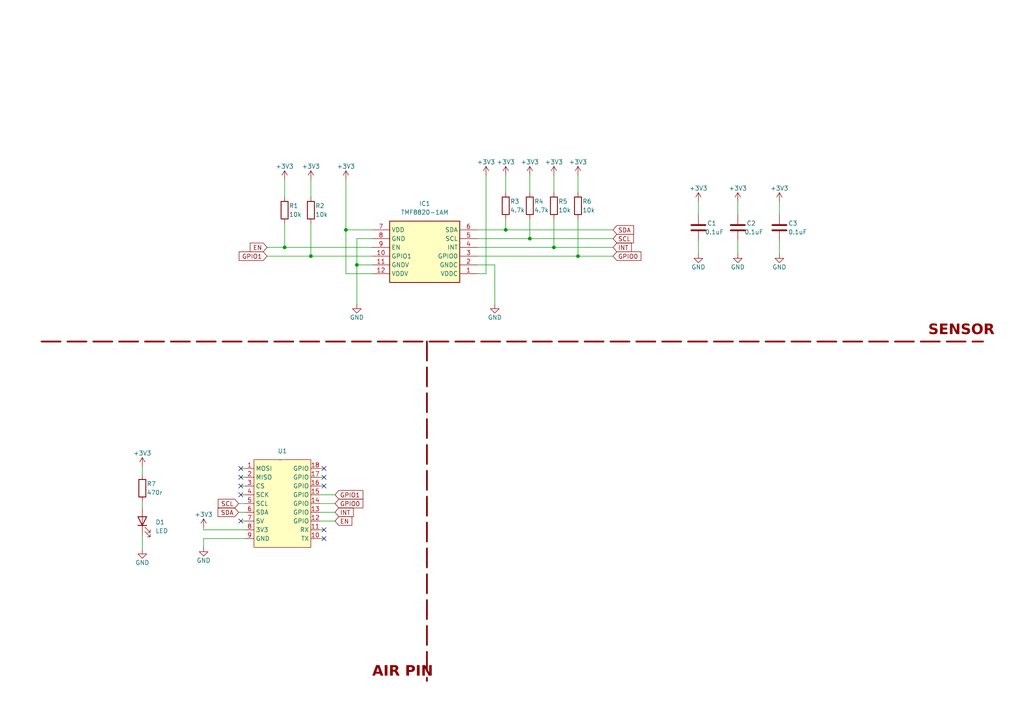
<source format=kicad_sch>
(kicad_sch
	(version 20231120)
	(generator "eeschema")
	(generator_version "8.0")
	(uuid "9b0ce595-6127-4a4b-bffc-33771ef2b660")
	(paper "A4")
	(lib_symbols
		(symbol "Device:C"
			(pin_numbers hide)
			(pin_names
				(offset 0.254)
			)
			(exclude_from_sim no)
			(in_bom yes)
			(on_board yes)
			(property "Reference" "C"
				(at 0.635 2.54 0)
				(effects
					(font
						(size 1.27 1.27)
					)
					(justify left)
				)
			)
			(property "Value" "C"
				(at 0.635 -2.54 0)
				(effects
					(font
						(size 1.27 1.27)
					)
					(justify left)
				)
			)
			(property "Footprint" ""
				(at 0.9652 -3.81 0)
				(effects
					(font
						(size 1.27 1.27)
					)
					(hide yes)
				)
			)
			(property "Datasheet" "~"
				(at 0 0 0)
				(effects
					(font
						(size 1.27 1.27)
					)
					(hide yes)
				)
			)
			(property "Description" "Unpolarized capacitor"
				(at 0 0 0)
				(effects
					(font
						(size 1.27 1.27)
					)
					(hide yes)
				)
			)
			(property "ki_keywords" "cap capacitor"
				(at 0 0 0)
				(effects
					(font
						(size 1.27 1.27)
					)
					(hide yes)
				)
			)
			(property "ki_fp_filters" "C_*"
				(at 0 0 0)
				(effects
					(font
						(size 1.27 1.27)
					)
					(hide yes)
				)
			)
			(symbol "C_0_1"
				(polyline
					(pts
						(xy -2.032 -0.762) (xy 2.032 -0.762)
					)
					(stroke
						(width 0.508)
						(type default)
					)
					(fill
						(type none)
					)
				)
				(polyline
					(pts
						(xy -2.032 0.762) (xy 2.032 0.762)
					)
					(stroke
						(width 0.508)
						(type default)
					)
					(fill
						(type none)
					)
				)
			)
			(symbol "C_1_1"
				(pin passive line
					(at 0 3.81 270)
					(length 2.794)
					(name "~"
						(effects
							(font
								(size 1.27 1.27)
							)
						)
					)
					(number "1"
						(effects
							(font
								(size 1.27 1.27)
							)
						)
					)
				)
				(pin passive line
					(at 0 -3.81 90)
					(length 2.794)
					(name "~"
						(effects
							(font
								(size 1.27 1.27)
							)
						)
					)
					(number "2"
						(effects
							(font
								(size 1.27 1.27)
							)
						)
					)
				)
			)
		)
		(symbol "Device:LED"
			(pin_numbers hide)
			(pin_names
				(offset 1.016) hide)
			(exclude_from_sim no)
			(in_bom yes)
			(on_board yes)
			(property "Reference" "D"
				(at 0 2.54 0)
				(effects
					(font
						(size 1.27 1.27)
					)
				)
			)
			(property "Value" "LED"
				(at 0 -2.54 0)
				(effects
					(font
						(size 1.27 1.27)
					)
				)
			)
			(property "Footprint" ""
				(at 0 0 0)
				(effects
					(font
						(size 1.27 1.27)
					)
					(hide yes)
				)
			)
			(property "Datasheet" "~"
				(at 0 0 0)
				(effects
					(font
						(size 1.27 1.27)
					)
					(hide yes)
				)
			)
			(property "Description" "Light emitting diode"
				(at 0 0 0)
				(effects
					(font
						(size 1.27 1.27)
					)
					(hide yes)
				)
			)
			(property "ki_keywords" "LED diode"
				(at 0 0 0)
				(effects
					(font
						(size 1.27 1.27)
					)
					(hide yes)
				)
			)
			(property "ki_fp_filters" "LED* LED_SMD:* LED_THT:*"
				(at 0 0 0)
				(effects
					(font
						(size 1.27 1.27)
					)
					(hide yes)
				)
			)
			(symbol "LED_0_1"
				(polyline
					(pts
						(xy -1.27 -1.27) (xy -1.27 1.27)
					)
					(stroke
						(width 0.254)
						(type default)
					)
					(fill
						(type none)
					)
				)
				(polyline
					(pts
						(xy -1.27 0) (xy 1.27 0)
					)
					(stroke
						(width 0)
						(type default)
					)
					(fill
						(type none)
					)
				)
				(polyline
					(pts
						(xy 1.27 -1.27) (xy 1.27 1.27) (xy -1.27 0) (xy 1.27 -1.27)
					)
					(stroke
						(width 0.254)
						(type default)
					)
					(fill
						(type none)
					)
				)
				(polyline
					(pts
						(xy -3.048 -0.762) (xy -4.572 -2.286) (xy -3.81 -2.286) (xy -4.572 -2.286) (xy -4.572 -1.524)
					)
					(stroke
						(width 0)
						(type default)
					)
					(fill
						(type none)
					)
				)
				(polyline
					(pts
						(xy -1.778 -0.762) (xy -3.302 -2.286) (xy -2.54 -2.286) (xy -3.302 -2.286) (xy -3.302 -1.524)
					)
					(stroke
						(width 0)
						(type default)
					)
					(fill
						(type none)
					)
				)
			)
			(symbol "LED_1_1"
				(pin passive line
					(at -3.81 0 0)
					(length 2.54)
					(name "K"
						(effects
							(font
								(size 1.27 1.27)
							)
						)
					)
					(number "1"
						(effects
							(font
								(size 1.27 1.27)
							)
						)
					)
				)
				(pin passive line
					(at 3.81 0 180)
					(length 2.54)
					(name "A"
						(effects
							(font
								(size 1.27 1.27)
							)
						)
					)
					(number "2"
						(effects
							(font
								(size 1.27 1.27)
							)
						)
					)
				)
			)
		)
		(symbol "Device:R"
			(pin_numbers hide)
			(pin_names
				(offset 0)
			)
			(exclude_from_sim no)
			(in_bom yes)
			(on_board yes)
			(property "Reference" "R"
				(at 2.032 0 90)
				(effects
					(font
						(size 1.27 1.27)
					)
				)
			)
			(property "Value" "R"
				(at 0 0 90)
				(effects
					(font
						(size 1.27 1.27)
					)
				)
			)
			(property "Footprint" ""
				(at -1.778 0 90)
				(effects
					(font
						(size 1.27 1.27)
					)
					(hide yes)
				)
			)
			(property "Datasheet" "~"
				(at 0 0 0)
				(effects
					(font
						(size 1.27 1.27)
					)
					(hide yes)
				)
			)
			(property "Description" "Resistor"
				(at 0 0 0)
				(effects
					(font
						(size 1.27 1.27)
					)
					(hide yes)
				)
			)
			(property "ki_keywords" "R res resistor"
				(at 0 0 0)
				(effects
					(font
						(size 1.27 1.27)
					)
					(hide yes)
				)
			)
			(property "ki_fp_filters" "R_*"
				(at 0 0 0)
				(effects
					(font
						(size 1.27 1.27)
					)
					(hide yes)
				)
			)
			(symbol "R_0_1"
				(rectangle
					(start -1.016 -2.54)
					(end 1.016 2.54)
					(stroke
						(width 0.254)
						(type default)
					)
					(fill
						(type none)
					)
				)
			)
			(symbol "R_1_1"
				(pin passive line
					(at 0 3.81 270)
					(length 1.27)
					(name "~"
						(effects
							(font
								(size 1.27 1.27)
							)
						)
					)
					(number "1"
						(effects
							(font
								(size 1.27 1.27)
							)
						)
					)
				)
				(pin passive line
					(at 0 -3.81 90)
					(length 1.27)
					(name "~"
						(effects
							(font
								(size 1.27 1.27)
							)
						)
					)
					(number "2"
						(effects
							(font
								(size 1.27 1.27)
							)
						)
					)
				)
			)
		)
		(symbol "TMF8820-1AM:TMF8820-1AM"
			(exclude_from_sim no)
			(in_bom yes)
			(on_board yes)
			(property "Reference" "IC"
				(at 26.67 7.62 0)
				(effects
					(font
						(size 1.27 1.27)
					)
					(justify left top)
				)
			)
			(property "Value" "TMF8820-1AM"
				(at 26.67 5.08 0)
				(effects
					(font
						(size 1.27 1.27)
					)
					(justify left top)
				)
			)
			(property "Footprint" "TMF88201AM"
				(at 26.67 -94.92 0)
				(effects
					(font
						(size 1.27 1.27)
					)
					(justify left top)
					(hide yes)
				)
			)
			(property "Datasheet" "https://ams.com/documents/20143/6015057/TMF882X_DS000693_5-00.pdf"
				(at 26.67 -194.92 0)
				(effects
					(font
						(size 1.27 1.27)
					)
					(justify left top)
					(hide yes)
				)
			)
			(property "Description" "multi-zone Time-of-Flight Sensor"
				(at 0 0 0)
				(effects
					(font
						(size 1.27 1.27)
					)
					(hide yes)
				)
			)
			(property "Height" "1.5"
				(at 26.67 -394.92 0)
				(effects
					(font
						(size 1.27 1.27)
					)
					(justify left top)
					(hide yes)
				)
			)
			(property "Mouser Part Number" ""
				(at 26.67 -494.92 0)
				(effects
					(font
						(size 1.27 1.27)
					)
					(justify left top)
					(hide yes)
				)
			)
			(property "Mouser Price/Stock" ""
				(at 26.67 -594.92 0)
				(effects
					(font
						(size 1.27 1.27)
					)
					(justify left top)
					(hide yes)
				)
			)
			(property "Manufacturer_Name" "AMS OSRAM GROUP"
				(at 26.67 -694.92 0)
				(effects
					(font
						(size 1.27 1.27)
					)
					(justify left top)
					(hide yes)
				)
			)
			(property "Manufacturer_Part_Number" "TMF8820-1AM"
				(at 26.67 -794.92 0)
				(effects
					(font
						(size 1.27 1.27)
					)
					(justify left top)
					(hide yes)
				)
			)
			(symbol "TMF8820-1AM_1_1"
				(rectangle
					(start 5.08 2.54)
					(end 25.4 -15.24)
					(stroke
						(width 0.254)
						(type default)
					)
					(fill
						(type background)
					)
				)
				(pin passive line
					(at 30.48 -12.7 180)
					(length 5.08)
					(name "VDDC"
						(effects
							(font
								(size 1.27 1.27)
							)
						)
					)
					(number "1"
						(effects
							(font
								(size 1.27 1.27)
							)
						)
					)
				)
				(pin passive line
					(at 0 -7.62 0)
					(length 5.08)
					(name "GPIO1"
						(effects
							(font
								(size 1.27 1.27)
							)
						)
					)
					(number "10"
						(effects
							(font
								(size 1.27 1.27)
							)
						)
					)
				)
				(pin passive line
					(at 0 -10.16 0)
					(length 5.08)
					(name "GNDV"
						(effects
							(font
								(size 1.27 1.27)
							)
						)
					)
					(number "11"
						(effects
							(font
								(size 1.27 1.27)
							)
						)
					)
				)
				(pin passive line
					(at 0 -12.7 0)
					(length 5.08)
					(name "VDDV"
						(effects
							(font
								(size 1.27 1.27)
							)
						)
					)
					(number "12"
						(effects
							(font
								(size 1.27 1.27)
							)
						)
					)
				)
				(pin passive line
					(at 30.48 -10.16 180)
					(length 5.08)
					(name "GNDC"
						(effects
							(font
								(size 1.27 1.27)
							)
						)
					)
					(number "2"
						(effects
							(font
								(size 1.27 1.27)
							)
						)
					)
				)
				(pin passive line
					(at 30.48 -7.62 180)
					(length 5.08)
					(name "GPIO0"
						(effects
							(font
								(size 1.27 1.27)
							)
						)
					)
					(number "3"
						(effects
							(font
								(size 1.27 1.27)
							)
						)
					)
				)
				(pin passive line
					(at 30.48 -5.08 180)
					(length 5.08)
					(name "INT"
						(effects
							(font
								(size 1.27 1.27)
							)
						)
					)
					(number "4"
						(effects
							(font
								(size 1.27 1.27)
							)
						)
					)
				)
				(pin passive line
					(at 30.48 -2.54 180)
					(length 5.08)
					(name "SCL"
						(effects
							(font
								(size 1.27 1.27)
							)
						)
					)
					(number "5"
						(effects
							(font
								(size 1.27 1.27)
							)
						)
					)
				)
				(pin passive line
					(at 30.48 0 180)
					(length 5.08)
					(name "SDA"
						(effects
							(font
								(size 1.27 1.27)
							)
						)
					)
					(number "6"
						(effects
							(font
								(size 1.27 1.27)
							)
						)
					)
				)
				(pin passive line
					(at 0 0 0)
					(length 5.08)
					(name "VDD"
						(effects
							(font
								(size 1.27 1.27)
							)
						)
					)
					(number "7"
						(effects
							(font
								(size 1.27 1.27)
							)
						)
					)
				)
				(pin passive line
					(at 0 -2.54 0)
					(length 5.08)
					(name "GND"
						(effects
							(font
								(size 1.27 1.27)
							)
						)
					)
					(number "8"
						(effects
							(font
								(size 1.27 1.27)
							)
						)
					)
				)
				(pin passive line
					(at 0 -5.08 0)
					(length 5.08)
					(name "EN"
						(effects
							(font
								(size 1.27 1.27)
							)
						)
					)
					(number "9"
						(effects
							(font
								(size 1.27 1.27)
							)
						)
					)
				)
			)
		)
		(symbol "air_modül:air_module"
			(exclude_from_sim no)
			(in_bom yes)
			(on_board yes)
			(property "Reference" "U"
				(at 0 1.27 0)
				(effects
					(font
						(size 1.27 1.27)
					)
				)
			)
			(property "Value" ""
				(at 0 0 0)
				(effects
					(font
						(size 1.27 1.27)
					)
				)
			)
			(property "Footprint" ""
				(at 0 0 0)
				(effects
					(font
						(size 1.27 1.27)
					)
					(hide yes)
				)
			)
			(property "Datasheet" ""
				(at 0 0 0)
				(effects
					(font
						(size 1.27 1.27)
					)
					(hide yes)
				)
			)
			(property "Description" ""
				(at 0 0 0)
				(effects
					(font
						(size 1.27 1.27)
					)
					(hide yes)
				)
			)
			(symbol "air_module_1_1"
				(rectangle
					(start -7.62 0)
					(end 8.89 -25.4)
					(stroke
						(width 0)
						(type default)
					)
					(fill
						(type background)
					)
				)
				(pin input line
					(at -10.16 -2.54 0)
					(length 2.54)
					(name "MOSI"
						(effects
							(font
								(size 1.27 1.27)
							)
						)
					)
					(number "1"
						(effects
							(font
								(size 1.27 1.27)
							)
						)
					)
				)
				(pin input line
					(at 11.43 -22.86 180)
					(length 2.54)
					(name "TX"
						(effects
							(font
								(size 1.27 1.27)
							)
						)
					)
					(number "10"
						(effects
							(font
								(size 1.27 1.27)
							)
						)
					)
				)
				(pin input line
					(at 11.43 -20.32 180)
					(length 2.54)
					(name "RX"
						(effects
							(font
								(size 1.27 1.27)
							)
						)
					)
					(number "11"
						(effects
							(font
								(size 1.27 1.27)
							)
						)
					)
				)
				(pin input line
					(at 11.43 -17.78 180)
					(length 2.54)
					(name "GPIO"
						(effects
							(font
								(size 1.27 1.27)
							)
						)
					)
					(number "12"
						(effects
							(font
								(size 1.27 1.27)
							)
						)
					)
				)
				(pin input line
					(at 11.43 -15.24 180)
					(length 2.54)
					(name "GPIO"
						(effects
							(font
								(size 1.27 1.27)
							)
						)
					)
					(number "13"
						(effects
							(font
								(size 1.27 1.27)
							)
						)
					)
				)
				(pin input line
					(at 11.43 -12.7 180)
					(length 2.54)
					(name "GPIO"
						(effects
							(font
								(size 1.27 1.27)
							)
						)
					)
					(number "14"
						(effects
							(font
								(size 1.27 1.27)
							)
						)
					)
				)
				(pin input line
					(at 11.43 -10.16 180)
					(length 2.54)
					(name "GPIO"
						(effects
							(font
								(size 1.27 1.27)
							)
						)
					)
					(number "15"
						(effects
							(font
								(size 1.27 1.27)
							)
						)
					)
				)
				(pin input line
					(at 11.43 -7.62 180)
					(length 2.54)
					(name "GPIO"
						(effects
							(font
								(size 1.27 1.27)
							)
						)
					)
					(number "16"
						(effects
							(font
								(size 1.27 1.27)
							)
						)
					)
				)
				(pin input line
					(at 11.43 -5.08 180)
					(length 2.54)
					(name "GPIO"
						(effects
							(font
								(size 1.27 1.27)
							)
						)
					)
					(number "17"
						(effects
							(font
								(size 1.27 1.27)
							)
						)
					)
				)
				(pin input line
					(at 11.43 -2.54 180)
					(length 2.54)
					(name "GPIO"
						(effects
							(font
								(size 1.27 1.27)
							)
						)
					)
					(number "18"
						(effects
							(font
								(size 1.27 1.27)
							)
						)
					)
				)
				(pin input line
					(at -10.16 -5.08 0)
					(length 2.54)
					(name "MISO"
						(effects
							(font
								(size 1.27 1.27)
							)
						)
					)
					(number "2"
						(effects
							(font
								(size 1.27 1.27)
							)
						)
					)
				)
				(pin input line
					(at -10.16 -7.62 0)
					(length 2.54)
					(name "CS"
						(effects
							(font
								(size 1.27 1.27)
							)
						)
					)
					(number "3"
						(effects
							(font
								(size 1.27 1.27)
							)
						)
					)
				)
				(pin input line
					(at -10.16 -10.16 0)
					(length 2.54)
					(name "SCK"
						(effects
							(font
								(size 1.27 1.27)
							)
						)
					)
					(number "4"
						(effects
							(font
								(size 1.27 1.27)
							)
						)
					)
				)
				(pin input line
					(at -10.16 -12.7 0)
					(length 2.54)
					(name "SCL"
						(effects
							(font
								(size 1.27 1.27)
							)
						)
					)
					(number "5"
						(effects
							(font
								(size 1.27 1.27)
							)
						)
					)
				)
				(pin input line
					(at -10.16 -15.24 0)
					(length 2.54)
					(name "SDA"
						(effects
							(font
								(size 1.27 1.27)
							)
						)
					)
					(number "6"
						(effects
							(font
								(size 1.27 1.27)
							)
						)
					)
				)
				(pin input line
					(at -10.16 -17.78 0)
					(length 2.54)
					(name "5V"
						(effects
							(font
								(size 1.27 1.27)
							)
						)
					)
					(number "7"
						(effects
							(font
								(size 1.27 1.27)
							)
						)
					)
				)
				(pin input line
					(at -10.16 -20.32 0)
					(length 2.54)
					(name "3V3"
						(effects
							(font
								(size 1.27 1.27)
							)
						)
					)
					(number "8"
						(effects
							(font
								(size 1.27 1.27)
							)
						)
					)
				)
				(pin input line
					(at -10.16 -22.86 0)
					(length 2.54)
					(name "GND"
						(effects
							(font
								(size 1.27 1.27)
							)
						)
					)
					(number "9"
						(effects
							(font
								(size 1.27 1.27)
							)
						)
					)
				)
			)
		)
		(symbol "power:+3V3"
			(power)
			(pin_names
				(offset 0)
			)
			(exclude_from_sim no)
			(in_bom yes)
			(on_board yes)
			(property "Reference" "#PWR"
				(at 0 -3.81 0)
				(effects
					(font
						(size 1.27 1.27)
					)
					(hide yes)
				)
			)
			(property "Value" "+3V3"
				(at 0 3.556 0)
				(effects
					(font
						(size 1.27 1.27)
					)
				)
			)
			(property "Footprint" ""
				(at 0 0 0)
				(effects
					(font
						(size 1.27 1.27)
					)
					(hide yes)
				)
			)
			(property "Datasheet" ""
				(at 0 0 0)
				(effects
					(font
						(size 1.27 1.27)
					)
					(hide yes)
				)
			)
			(property "Description" "Power symbol creates a global label with name \"+3V3\""
				(at 0 0 0)
				(effects
					(font
						(size 1.27 1.27)
					)
					(hide yes)
				)
			)
			(property "ki_keywords" "global power"
				(at 0 0 0)
				(effects
					(font
						(size 1.27 1.27)
					)
					(hide yes)
				)
			)
			(symbol "+3V3_0_1"
				(polyline
					(pts
						(xy -0.762 1.27) (xy 0 2.54)
					)
					(stroke
						(width 0)
						(type default)
					)
					(fill
						(type none)
					)
				)
				(polyline
					(pts
						(xy 0 0) (xy 0 2.54)
					)
					(stroke
						(width 0)
						(type default)
					)
					(fill
						(type none)
					)
				)
				(polyline
					(pts
						(xy 0 2.54) (xy 0.762 1.27)
					)
					(stroke
						(width 0)
						(type default)
					)
					(fill
						(type none)
					)
				)
			)
			(symbol "+3V3_1_1"
				(pin power_in line
					(at 0 0 90)
					(length 0) hide
					(name "+3V3"
						(effects
							(font
								(size 1.27 1.27)
							)
						)
					)
					(number "1"
						(effects
							(font
								(size 1.27 1.27)
							)
						)
					)
				)
			)
		)
		(symbol "power:GND"
			(power)
			(pin_names
				(offset 0)
			)
			(exclude_from_sim no)
			(in_bom yes)
			(on_board yes)
			(property "Reference" "#PWR"
				(at 0 -6.35 0)
				(effects
					(font
						(size 1.27 1.27)
					)
					(hide yes)
				)
			)
			(property "Value" "GND"
				(at 0 -3.81 0)
				(effects
					(font
						(size 1.27 1.27)
					)
				)
			)
			(property "Footprint" ""
				(at 0 0 0)
				(effects
					(font
						(size 1.27 1.27)
					)
					(hide yes)
				)
			)
			(property "Datasheet" ""
				(at 0 0 0)
				(effects
					(font
						(size 1.27 1.27)
					)
					(hide yes)
				)
			)
			(property "Description" "Power symbol creates a global label with name \"GND\" , ground"
				(at 0 0 0)
				(effects
					(font
						(size 1.27 1.27)
					)
					(hide yes)
				)
			)
			(property "ki_keywords" "power-flag"
				(at 0 0 0)
				(effects
					(font
						(size 1.27 1.27)
					)
					(hide yes)
				)
			)
			(symbol "GND_0_1"
				(polyline
					(pts
						(xy 0 0) (xy 0 -1.27) (xy 1.27 -1.27) (xy 0 -2.54) (xy -1.27 -1.27) (xy 0 -1.27)
					)
					(stroke
						(width 0)
						(type default)
					)
					(fill
						(type none)
					)
				)
			)
			(symbol "GND_1_1"
				(pin power_in line
					(at 0 0 270)
					(length 0) hide
					(name "GND"
						(effects
							(font
								(size 1.27 1.27)
							)
						)
					)
					(number "1"
						(effects
							(font
								(size 1.27 1.27)
							)
						)
					)
				)
			)
		)
	)
	(junction
		(at 90.17 74.295)
		(diameter 0)
		(color 0 0 0 0)
		(uuid "04c33e0e-38e7-4ac4-bbb6-8315f88a1431")
	)
	(junction
		(at 100.33 66.675)
		(diameter 0)
		(color 0 0 0 0)
		(uuid "12eb5392-50c7-4f65-b7cb-4745f8eb1bc2")
	)
	(junction
		(at 146.685 66.675)
		(diameter 0)
		(color 0 0 0 0)
		(uuid "2948d05b-6be6-49c1-aecf-ceee5fd7fd4b")
	)
	(junction
		(at 153.67 69.215)
		(diameter 0)
		(color 0 0 0 0)
		(uuid "52cb9c18-fa8c-46e7-bc07-ccb38ea07413")
	)
	(junction
		(at 82.55 71.755)
		(diameter 0)
		(color 0 0 0 0)
		(uuid "68f379bf-2648-4798-97b1-34bcf00b0131")
	)
	(junction
		(at 167.64 74.295)
		(diameter 0)
		(color 0 0 0 0)
		(uuid "95855f22-0ac4-4b9a-a735-577ece4a9994")
	)
	(junction
		(at 103.505 76.835)
		(diameter 0)
		(color 0 0 0 0)
		(uuid "a4aea771-b18f-4a33-b473-04842bbd1a75")
	)
	(junction
		(at 160.655 71.755)
		(diameter 0)
		(color 0 0 0 0)
		(uuid "bae027fb-a705-4684-acb2-4a6f097e15e7")
	)
	(no_connect
		(at 69.85 151.13)
		(uuid "0675ee3e-93c7-4a6d-816d-f1b10037255c")
	)
	(no_connect
		(at 93.98 135.89)
		(uuid "1775c7c8-045b-4193-a8e2-9c58910ae7fb")
	)
	(no_connect
		(at 69.85 140.97)
		(uuid "30eceb21-ce8b-4352-a108-c30cddaa18af")
	)
	(no_connect
		(at 69.85 138.43)
		(uuid "33601e76-baf6-4033-b0a7-f83c795ac7a0")
	)
	(no_connect
		(at 93.98 140.97)
		(uuid "8bf8c0c3-dbd5-457e-939b-29699419eb38")
	)
	(no_connect
		(at 69.85 135.89)
		(uuid "a0dda85f-17f7-43f5-832c-f663ceabd3e6")
	)
	(no_connect
		(at 93.98 156.21)
		(uuid "b3f5f224-6654-4250-9a6e-bd5d64abd17f")
	)
	(no_connect
		(at 69.85 143.51)
		(uuid "b5dd965f-6da7-4207-a8b5-f3390b5c51c0")
	)
	(no_connect
		(at 93.98 138.43)
		(uuid "c6cceb97-47ce-475e-80bb-c3e161575a29")
	)
	(no_connect
		(at 93.98 153.67)
		(uuid "dbe8b5e3-ede4-4d3c-a387-f3e46cd21a5f")
	)
	(wire
		(pts
			(xy 103.505 88.265) (xy 103.505 76.835)
		)
		(stroke
			(width 0)
			(type default)
		)
		(uuid "0c3d95cc-0b11-43e7-83e5-c1cb236cdfd4")
	)
	(wire
		(pts
			(xy 69.85 143.51) (xy 71.12 143.51)
		)
		(stroke
			(width 0)
			(type default)
		)
		(uuid "0fa5a462-53fc-47c3-b69a-afbbb1f92f8a")
	)
	(wire
		(pts
			(xy 103.505 76.835) (xy 103.505 69.215)
		)
		(stroke
			(width 0)
			(type default)
		)
		(uuid "128e261a-3aaa-4b5b-b4ca-abede0cd8c4c")
	)
	(wire
		(pts
			(xy 69.85 151.13) (xy 71.12 151.13)
		)
		(stroke
			(width 0)
			(type default)
		)
		(uuid "1b17992b-81ce-484a-9b82-93dfd6365e39")
	)
	(wire
		(pts
			(xy 59.055 156.21) (xy 71.12 156.21)
		)
		(stroke
			(width 0)
			(type default)
		)
		(uuid "21e3acd7-1485-4ff0-8ae7-67653c26bc52")
	)
	(polyline
		(pts
			(xy 12.065 99.06) (xy 285.115 99.06)
		)
		(stroke
			(width 0.5)
			(type dash)
			(color 132 0 0 1)
		)
		(uuid "24963a9b-b3a4-4e39-9090-265bdb72ea1a")
	)
	(wire
		(pts
			(xy 92.71 151.13) (xy 97.155 151.13)
		)
		(stroke
			(width 0)
			(type default)
		)
		(uuid "24b81e9b-3fd9-4f6d-8539-ef868f5ca492")
	)
	(wire
		(pts
			(xy 103.505 76.835) (xy 107.95 76.835)
		)
		(stroke
			(width 0)
			(type default)
		)
		(uuid "25537c1e-f0bc-4279-88d4-d736d3154c25")
	)
	(wire
		(pts
			(xy 90.17 52.07) (xy 90.17 57.15)
		)
		(stroke
			(width 0)
			(type default)
		)
		(uuid "2c6f3b82-1d54-4869-8d25-54944ce82ebd")
	)
	(wire
		(pts
			(xy 69.85 135.89) (xy 71.12 135.89)
		)
		(stroke
			(width 0)
			(type default)
		)
		(uuid "30c0400f-0365-4df3-91c4-49b06a43c560")
	)
	(wire
		(pts
			(xy 93.98 135.89) (xy 92.71 135.89)
		)
		(stroke
			(width 0)
			(type default)
		)
		(uuid "30c0d7a9-2a4a-422e-8816-f6d62fe38080")
	)
	(wire
		(pts
			(xy 146.685 63.5) (xy 146.685 66.675)
		)
		(stroke
			(width 0)
			(type default)
		)
		(uuid "329ec7cd-24a6-4ff1-b404-434788254192")
	)
	(wire
		(pts
			(xy 100.33 52.07) (xy 100.33 66.675)
		)
		(stroke
			(width 0)
			(type default)
		)
		(uuid "332bd48f-379d-4496-8419-385355be060c")
	)
	(polyline
		(pts
			(xy 123.825 99.06) (xy 123.825 197.485)
		)
		(stroke
			(width 0.5)
			(type dash)
			(color 132 0 0 1)
		)
		(uuid "41113d7a-cae5-4bf3-8b77-61c98c357279")
	)
	(wire
		(pts
			(xy 146.685 66.675) (xy 177.8 66.675)
		)
		(stroke
			(width 0)
			(type default)
		)
		(uuid "45ad2f84-2454-4b11-9311-3362d77d0e5b")
	)
	(wire
		(pts
			(xy 153.67 63.5) (xy 153.67 69.215)
		)
		(stroke
			(width 0)
			(type default)
		)
		(uuid "47aefbef-79aa-4fac-b979-b4311a8f4d6d")
	)
	(wire
		(pts
			(xy 82.55 52.07) (xy 82.55 57.15)
		)
		(stroke
			(width 0)
			(type default)
		)
		(uuid "5174ece4-fa83-4411-ba34-6272f2d60dc1")
	)
	(wire
		(pts
			(xy 226.06 73.66) (xy 226.06 69.85)
		)
		(stroke
			(width 0)
			(type default)
		)
		(uuid "55269de0-aefc-4745-ad33-63db6b906360")
	)
	(wire
		(pts
			(xy 167.64 50.8) (xy 167.64 55.88)
		)
		(stroke
			(width 0)
			(type default)
		)
		(uuid "56557d59-ef9f-4717-9944-73131c17b2d8")
	)
	(wire
		(pts
			(xy 138.43 74.295) (xy 167.64 74.295)
		)
		(stroke
			(width 0)
			(type default)
		)
		(uuid "5dad954b-aa80-410b-90de-1874fef299f4")
	)
	(wire
		(pts
			(xy 138.43 71.755) (xy 160.655 71.755)
		)
		(stroke
			(width 0)
			(type default)
		)
		(uuid "5dc3cdfd-bff9-4789-8583-6ff4e22502e0")
	)
	(wire
		(pts
			(xy 143.51 76.835) (xy 138.43 76.835)
		)
		(stroke
			(width 0)
			(type default)
		)
		(uuid "61eeea46-9ce5-4f88-8199-489553fcffa6")
	)
	(wire
		(pts
			(xy 82.55 71.755) (xy 107.95 71.755)
		)
		(stroke
			(width 0)
			(type default)
		)
		(uuid "63c4ab9c-05ba-4362-b2c6-ecc2c17e4579")
	)
	(wire
		(pts
			(xy 93.98 153.67) (xy 92.71 153.67)
		)
		(stroke
			(width 0)
			(type default)
		)
		(uuid "67536588-37b9-4480-bfe3-54566742e3cc")
	)
	(wire
		(pts
			(xy 138.43 79.375) (xy 140.97 79.375)
		)
		(stroke
			(width 0)
			(type default)
		)
		(uuid "7405557d-d77f-4574-82c2-e600ded776f2")
	)
	(wire
		(pts
			(xy 160.655 50.8) (xy 160.655 55.88)
		)
		(stroke
			(width 0)
			(type default)
		)
		(uuid "75b57dcd-6beb-4a32-908a-2cac2830f153")
	)
	(wire
		(pts
			(xy 213.995 58.42) (xy 213.995 62.23)
		)
		(stroke
			(width 0)
			(type default)
		)
		(uuid "7759e6a2-897e-44aa-86cd-72a9782d64a7")
	)
	(wire
		(pts
			(xy 92.71 143.51) (xy 97.155 143.51)
		)
		(stroke
			(width 0)
			(type default)
		)
		(uuid "79200e33-2b8d-473e-b794-ce1c95cfc4c5")
	)
	(wire
		(pts
			(xy 138.43 66.675) (xy 146.685 66.675)
		)
		(stroke
			(width 0)
			(type default)
		)
		(uuid "79a89e35-d9a1-48e1-8189-08ffa5625892")
	)
	(wire
		(pts
			(xy 92.71 148.59) (xy 97.155 148.59)
		)
		(stroke
			(width 0)
			(type default)
		)
		(uuid "7b1cb4eb-2d75-493a-bc11-01400523a562")
	)
	(wire
		(pts
			(xy 202.565 58.42) (xy 202.565 62.23)
		)
		(stroke
			(width 0)
			(type default)
		)
		(uuid "80b392a8-af00-4f38-9071-1db5dc21133d")
	)
	(wire
		(pts
			(xy 59.055 153.67) (xy 71.12 153.67)
		)
		(stroke
			(width 0)
			(type default)
		)
		(uuid "842c51e7-1022-4e37-a9a5-c0c2dafabf21")
	)
	(wire
		(pts
			(xy 213.995 73.66) (xy 213.995 69.85)
		)
		(stroke
			(width 0)
			(type default)
		)
		(uuid "8ab64a40-3fa5-4bec-a5fe-85217223b5ac")
	)
	(wire
		(pts
			(xy 69.85 140.97) (xy 71.12 140.97)
		)
		(stroke
			(width 0)
			(type default)
		)
		(uuid "91029567-98ed-46fe-b939-85ba90b5b243")
	)
	(wire
		(pts
			(xy 59.055 153.67) (xy 59.055 153.035)
		)
		(stroke
			(width 0)
			(type default)
		)
		(uuid "91a02b6a-1714-45a2-9e01-b3d1117c1d5f")
	)
	(wire
		(pts
			(xy 167.64 63.5) (xy 167.64 74.295)
		)
		(stroke
			(width 0)
			(type default)
		)
		(uuid "92d0421c-db06-4249-b3fb-a42c676af7c4")
	)
	(wire
		(pts
			(xy 93.98 156.21) (xy 92.71 156.21)
		)
		(stroke
			(width 0)
			(type default)
		)
		(uuid "973b43bb-3d7a-431b-ba3b-edaf078db0f5")
	)
	(wire
		(pts
			(xy 202.565 73.66) (xy 202.565 69.85)
		)
		(stroke
			(width 0)
			(type default)
		)
		(uuid "999716bc-62c8-4dea-9b7b-556e2d736705")
	)
	(wire
		(pts
			(xy 146.685 50.8) (xy 146.685 55.88)
		)
		(stroke
			(width 0)
			(type default)
		)
		(uuid "9cfa702c-3823-4dff-aed0-211f3ead071e")
	)
	(wire
		(pts
			(xy 138.43 69.215) (xy 153.67 69.215)
		)
		(stroke
			(width 0)
			(type default)
		)
		(uuid "ae3a8039-7244-4c92-a65b-e9d7eb658685")
	)
	(wire
		(pts
			(xy 153.67 69.215) (xy 177.8 69.215)
		)
		(stroke
			(width 0)
			(type default)
		)
		(uuid "af428c65-be5c-47ab-b56c-436bf2b126d6")
	)
	(wire
		(pts
			(xy 100.33 66.675) (xy 100.33 79.375)
		)
		(stroke
			(width 0)
			(type default)
		)
		(uuid "b371fb1e-d6ed-4f23-9cac-0336ab4e0b27")
	)
	(wire
		(pts
			(xy 82.55 64.77) (xy 82.55 71.755)
		)
		(stroke
			(width 0)
			(type default)
		)
		(uuid "b67b2ebb-de4e-441f-8041-b1919a338d08")
	)
	(wire
		(pts
			(xy 160.655 63.5) (xy 160.655 71.755)
		)
		(stroke
			(width 0)
			(type default)
		)
		(uuid "b6e2663e-9edb-4f99-9f7d-592c787b32e9")
	)
	(wire
		(pts
			(xy 167.64 74.295) (xy 177.8 74.295)
		)
		(stroke
			(width 0)
			(type default)
		)
		(uuid "b7220b33-42c1-4539-ad3d-97069c12af12")
	)
	(wire
		(pts
			(xy 153.67 50.8) (xy 153.67 55.88)
		)
		(stroke
			(width 0)
			(type default)
		)
		(uuid "b97d64e8-5e95-410a-8c5e-8dc10b19cfca")
	)
	(wire
		(pts
			(xy 93.98 138.43) (xy 92.71 138.43)
		)
		(stroke
			(width 0)
			(type default)
		)
		(uuid "ba0f741f-a910-4b9a-b58e-53f7a50921fc")
	)
	(wire
		(pts
			(xy 69.215 148.59) (xy 71.12 148.59)
		)
		(stroke
			(width 0)
			(type default)
		)
		(uuid "bd32f3e5-74ef-4e7d-82a8-4f51db346ed6")
	)
	(wire
		(pts
			(xy 41.275 159.385) (xy 41.275 154.94)
		)
		(stroke
			(width 0)
			(type default)
		)
		(uuid "c22475e0-7479-47da-82f1-637f092e9461")
	)
	(wire
		(pts
			(xy 92.71 146.05) (xy 97.155 146.05)
		)
		(stroke
			(width 0)
			(type default)
		)
		(uuid "c6914119-bba5-4f22-b41f-bc54ea707036")
	)
	(wire
		(pts
			(xy 143.51 88.265) (xy 143.51 76.835)
		)
		(stroke
			(width 0)
			(type default)
		)
		(uuid "c76d17b2-1797-461d-b93c-b6fe58bbeb10")
	)
	(wire
		(pts
			(xy 59.055 158.75) (xy 59.055 156.21)
		)
		(stroke
			(width 0)
			(type default)
		)
		(uuid "dc330fa2-6eb2-4045-ad52-242a1f9a5a2b")
	)
	(wire
		(pts
			(xy 90.17 64.77) (xy 90.17 74.295)
		)
		(stroke
			(width 0)
			(type default)
		)
		(uuid "dd5bbf3d-b757-491f-8287-f64cbd112372")
	)
	(wire
		(pts
			(xy 69.85 138.43) (xy 71.12 138.43)
		)
		(stroke
			(width 0)
			(type default)
		)
		(uuid "deb31f8a-4a01-4858-9e2e-0d2784c88f00")
	)
	(wire
		(pts
			(xy 226.06 58.42) (xy 226.06 62.23)
		)
		(stroke
			(width 0)
			(type default)
		)
		(uuid "e47c6e5e-33cd-48fc-bae8-88289fc8a33a")
	)
	(wire
		(pts
			(xy 69.215 146.05) (xy 71.12 146.05)
		)
		(stroke
			(width 0)
			(type default)
		)
		(uuid "e4b5927d-9a53-40d4-93e6-fe9fbcc311fa")
	)
	(wire
		(pts
			(xy 77.47 74.295) (xy 90.17 74.295)
		)
		(stroke
			(width 0)
			(type default)
		)
		(uuid "e6d08b02-466b-4c04-b96e-6f47baad368d")
	)
	(wire
		(pts
			(xy 103.505 69.215) (xy 107.95 69.215)
		)
		(stroke
			(width 0)
			(type default)
		)
		(uuid "e74a716d-faa1-494a-9623-0596be3cd1e3")
	)
	(wire
		(pts
			(xy 77.47 71.755) (xy 82.55 71.755)
		)
		(stroke
			(width 0)
			(type default)
		)
		(uuid "ec92bec3-8a26-45fe-bc17-144113b63eed")
	)
	(wire
		(pts
			(xy 100.33 66.675) (xy 107.95 66.675)
		)
		(stroke
			(width 0)
			(type default)
		)
		(uuid "edd7989e-6da7-4ee8-9b79-4238a29ab7a8")
	)
	(wire
		(pts
			(xy 90.17 74.295) (xy 107.95 74.295)
		)
		(stroke
			(width 0)
			(type default)
		)
		(uuid "f2916f79-5632-42b9-8f9e-b4eced134f1c")
	)
	(wire
		(pts
			(xy 93.98 140.97) (xy 92.71 140.97)
		)
		(stroke
			(width 0)
			(type default)
		)
		(uuid "f8b6ef4b-df4f-4992-afe6-8e6552c6a809")
	)
	(wire
		(pts
			(xy 41.275 147.32) (xy 41.275 145.415)
		)
		(stroke
			(width 0)
			(type default)
		)
		(uuid "fa7f2e98-d21f-40ac-b3e9-f0a8fb37f48e")
	)
	(wire
		(pts
			(xy 140.97 50.8) (xy 140.97 79.375)
		)
		(stroke
			(width 0)
			(type default)
		)
		(uuid "fb209e22-b16d-4409-a12e-1e4f9aa97f74")
	)
	(wire
		(pts
			(xy 160.655 71.755) (xy 177.8 71.755)
		)
		(stroke
			(width 0)
			(type default)
		)
		(uuid "fba5965e-ee12-4c2e-9d45-3cdfe76471e6")
	)
	(wire
		(pts
			(xy 41.275 135.255) (xy 41.275 137.795)
		)
		(stroke
			(width 0)
			(type default)
		)
		(uuid "fe4b2258-641a-41cc-b236-d69e238c31d3")
	)
	(wire
		(pts
			(xy 107.95 79.375) (xy 100.33 79.375)
		)
		(stroke
			(width 0)
			(type default)
		)
		(uuid "ff2f7360-6c1d-4f84-accf-fe40d30a4866")
	)
	(text "SENSOR\n"
		(exclude_from_sim no)
		(at 269.24 98.425 0)
		(effects
			(font
				(face "Calibri")
				(size 3 3)
				(thickness 0.6)
				(bold yes)
				(color 132 0 0 1)
			)
			(justify left bottom)
		)
		(uuid "357c0e08-07e4-4346-8339-1af4f1f57d4b")
	)
	(text "AIR PIN\n"
		(exclude_from_sim no)
		(at 107.95 197.485 0)
		(effects
			(font
				(face "Calibri")
				(size 3 3)
				(thickness 0.6)
				(bold yes)
				(color 132 0 0 1)
			)
			(justify left bottom)
		)
		(uuid "3afade34-ccc2-4fcb-b4f8-3c3bb697294c")
	)
	(global_label "INT"
		(shape input)
		(at 97.155 148.59 0)
		(fields_autoplaced yes)
		(effects
			(font
				(size 1.27 1.27)
			)
			(justify left)
		)
		(uuid "011b976c-5a84-49ec-9d05-cb699e0134d3")
		(property "Intersheetrefs" "${INTERSHEET_REFS}"
			(at 102.9637 148.59 0)
			(effects
				(font
					(size 1.27 1.27)
				)
				(justify left)
				(hide yes)
			)
		)
	)
	(global_label "GPIO1"
		(shape input)
		(at 77.47 74.295 180)
		(fields_autoplaced yes)
		(effects
			(font
				(size 1.27 1.27)
			)
			(justify right)
		)
		(uuid "0a927a5f-cfe7-4009-8a42-912a5f429927")
		(property "Intersheetrefs" "${INTERSHEET_REFS}"
			(at 68.8794 74.295 0)
			(effects
				(font
					(size 1.27 1.27)
				)
				(justify right)
				(hide yes)
			)
		)
	)
	(global_label "SCL"
		(shape input)
		(at 69.215 146.05 180)
		(fields_autoplaced yes)
		(effects
			(font
				(size 1.27 1.27)
			)
			(justify right)
		)
		(uuid "2194a6cb-dc91-4946-8f84-7ab548e02abf")
		(property "Intersheetrefs" "${INTERSHEET_REFS}"
			(at 62.7222 146.05 0)
			(effects
				(font
					(size 1.27 1.27)
				)
				(justify right)
				(hide yes)
			)
		)
	)
	(global_label "SDA"
		(shape input)
		(at 69.215 148.59 180)
		(fields_autoplaced yes)
		(effects
			(font
				(size 1.27 1.27)
			)
			(justify right)
		)
		(uuid "37656904-84bc-4f39-a7e6-c34d437a17e4")
		(property "Intersheetrefs" "${INTERSHEET_REFS}"
			(at 62.6617 148.59 0)
			(effects
				(font
					(size 1.27 1.27)
				)
				(justify right)
				(hide yes)
			)
		)
	)
	(global_label "EN"
		(shape input)
		(at 97.155 151.13 0)
		(fields_autoplaced yes)
		(effects
			(font
				(size 1.27 1.27)
			)
			(justify left)
		)
		(uuid "545ef366-5832-4b35-bf4b-fea1b925ad6a")
		(property "Intersheetrefs" "${INTERSHEET_REFS}"
			(at 102.6197 151.13 0)
			(effects
				(font
					(size 1.27 1.27)
				)
				(justify left)
				(hide yes)
			)
		)
	)
	(global_label "GPIO1"
		(shape input)
		(at 97.155 143.51 0)
		(fields_autoplaced yes)
		(effects
			(font
				(size 1.27 1.27)
			)
			(justify left)
		)
		(uuid "67b1ecef-7ecc-4d26-b601-3fa90c96af63")
		(property "Intersheetrefs" "${INTERSHEET_REFS}"
			(at 105.825 143.51 0)
			(effects
				(font
					(size 1.27 1.27)
				)
				(justify left)
				(hide yes)
			)
		)
	)
	(global_label "SCL"
		(shape input)
		(at 177.8 69.215 0)
		(fields_autoplaced yes)
		(effects
			(font
				(size 1.27 1.27)
			)
			(justify left)
		)
		(uuid "70aec957-93d5-41eb-96a0-2a1e67c2ec65")
		(property "Intersheetrefs" "${INTERSHEET_REFS}"
			(at 184.2134 69.215 0)
			(effects
				(font
					(size 1.27 1.27)
				)
				(justify left)
				(hide yes)
			)
		)
	)
	(global_label "EN"
		(shape input)
		(at 77.47 71.755 180)
		(fields_autoplaced yes)
		(effects
			(font
				(size 1.27 1.27)
			)
			(justify right)
		)
		(uuid "771a8a4c-39b0-440d-828a-20f238452a17")
		(property "Intersheetrefs" "${INTERSHEET_REFS}"
			(at 72.0847 71.755 0)
			(effects
				(font
					(size 1.27 1.27)
				)
				(justify right)
				(hide yes)
			)
		)
	)
	(global_label "SDA"
		(shape input)
		(at 177.8 66.675 0)
		(fields_autoplaced yes)
		(effects
			(font
				(size 1.27 1.27)
			)
			(justify left)
		)
		(uuid "9ddba7e8-4b4d-4ffb-b69a-fa6394eb8315")
		(property "Intersheetrefs" "${INTERSHEET_REFS}"
			(at 184.2739 66.675 0)
			(effects
				(font
					(size 1.27 1.27)
				)
				(justify left)
				(hide yes)
			)
		)
	)
	(global_label "INT"
		(shape input)
		(at 177.8 71.755 0)
		(fields_autoplaced yes)
		(effects
			(font
				(size 1.27 1.27)
			)
			(justify left)
		)
		(uuid "a4363d35-852a-4ef9-92a3-8b90e02c77d3")
		(property "Intersheetrefs" "${INTERSHEET_REFS}"
			(at 183.6087 71.755 0)
			(effects
				(font
					(size 1.27 1.27)
				)
				(justify left)
				(hide yes)
			)
		)
	)
	(global_label "GPIO0"
		(shape input)
		(at 177.8 74.295 0)
		(fields_autoplaced yes)
		(effects
			(font
				(size 1.27 1.27)
			)
			(justify left)
		)
		(uuid "d4f8e65c-7498-4d3f-a42a-20ffb3cc7ecb")
		(property "Intersheetrefs" "${INTERSHEET_REFS}"
			(at 186.3906 74.295 0)
			(effects
				(font
					(size 1.27 1.27)
				)
				(justify left)
				(hide yes)
			)
		)
	)
	(global_label "GPIO0"
		(shape input)
		(at 97.155 146.05 0)
		(fields_autoplaced yes)
		(effects
			(font
				(size 1.27 1.27)
			)
			(justify left)
		)
		(uuid "fe81c8e5-28d2-4d9f-a20c-6ab795c00bda")
		(property "Intersheetrefs" "${INTERSHEET_REFS}"
			(at 105.7456 146.05 0)
			(effects
				(font
					(size 1.27 1.27)
				)
				(justify left)
				(hide yes)
			)
		)
	)
	(symbol
		(lib_id "power:+3V3")
		(at 41.275 135.255 0)
		(unit 1)
		(exclude_from_sim no)
		(in_bom yes)
		(on_board yes)
		(dnp no)
		(uuid "0b0f8340-eb2b-4815-9090-4f570b76e19e")
		(property "Reference" "#PWR013"
			(at 41.275 139.065 0)
			(effects
				(font
					(size 1.27 1.27)
				)
				(hide yes)
			)
		)
		(property "Value" "+3V3"
			(at 41.275 131.445 0)
			(effects
				(font
					(size 1.27 1.27)
				)
			)
		)
		(property "Footprint" ""
			(at 41.275 135.255 0)
			(effects
				(font
					(size 1.27 1.27)
				)
				(hide yes)
			)
		)
		(property "Datasheet" ""
			(at 41.275 135.255 0)
			(effects
				(font
					(size 1.27 1.27)
				)
				(hide yes)
			)
		)
		(property "Description" ""
			(at 41.275 135.255 0)
			(effects
				(font
					(size 1.27 1.27)
				)
				(hide yes)
			)
		)
		(pin "1"
			(uuid "7a34133d-217c-42c7-b592-8c3bcc9b3c2f")
		)
		(instances
			(project "0011_Distance_Module_TMF8828"
				(path "/9b0ce595-6127-4a4b-bffc-33771ef2b660"
					(reference "#PWR013")
					(unit 1)
				)
			)
		)
	)
	(symbol
		(lib_id "TMF8820-1AM:TMF8820-1AM")
		(at 107.95 66.675 0)
		(unit 1)
		(exclude_from_sim no)
		(in_bom yes)
		(on_board yes)
		(dnp no)
		(fields_autoplaced yes)
		(uuid "12a03aa4-6fa8-4c83-a581-d8fbb3784a79")
		(property "Reference" "IC1"
			(at 123.19 59.055 0)
			(effects
				(font
					(size 1.27 1.27)
				)
			)
		)
		(property "Value" "TMF8820-1AM"
			(at 123.19 61.595 0)
			(effects
				(font
					(size 1.27 1.27)
				)
			)
		)
		(property "Footprint" "TMF8820:TMF88201AM"
			(at 134.62 161.595 0)
			(effects
				(font
					(size 1.27 1.27)
				)
				(justify left top)
				(hide yes)
			)
		)
		(property "Datasheet" "https://ams.com/documents/20143/6015057/TMF882X_DS000693_5-00.pdf"
			(at 134.62 261.595 0)
			(effects
				(font
					(size 1.27 1.27)
				)
				(justify left top)
				(hide yes)
			)
		)
		(property "Description" ""
			(at 107.95 66.675 0)
			(effects
				(font
					(size 1.27 1.27)
				)
				(hide yes)
			)
		)
		(property "Height" "1.5"
			(at 134.62 461.595 0)
			(effects
				(font
					(size 1.27 1.27)
				)
				(justify left top)
				(hide yes)
			)
		)
		(property "Mouser Part Number" ""
			(at 134.62 561.595 0)
			(effects
				(font
					(size 1.27 1.27)
				)
				(justify left top)
				(hide yes)
			)
		)
		(property "Mouser Price/Stock" ""
			(at 134.62 661.595 0)
			(effects
				(font
					(size 1.27 1.27)
				)
				(justify left top)
				(hide yes)
			)
		)
		(property "Manufacturer_Name" "AMS OSRAM GROUP"
			(at 134.62 761.595 0)
			(effects
				(font
					(size 1.27 1.27)
				)
				(justify left top)
				(hide yes)
			)
		)
		(property "Manufacturer_Part_Number" "TMF8820-1AM"
			(at 134.62 861.595 0)
			(effects
				(font
					(size 1.27 1.27)
				)
				(justify left top)
				(hide yes)
			)
		)
		(pin "1"
			(uuid "e151d53a-dbcd-4e54-ab96-7df78f4fa94e")
		)
		(pin "10"
			(uuid "9bd06f73-40e3-4571-bdcf-6748c1978035")
		)
		(pin "11"
			(uuid "74620a66-485b-4b3d-bdbd-2fc3b78aebf8")
		)
		(pin "12"
			(uuid "c0f9a394-93f5-4bfb-aed3-f9d508ce68c8")
		)
		(pin "2"
			(uuid "035b13eb-4326-4770-95db-235a5a81239a")
		)
		(pin "3"
			(uuid "9a3ae7b8-e6e0-43ef-b3d4-3619d8356ebb")
		)
		(pin "4"
			(uuid "1de65b13-fb48-4bf5-b47b-b32f59ba8ace")
		)
		(pin "5"
			(uuid "c02749d4-ece4-4b63-a87d-1de3f956a774")
		)
		(pin "6"
			(uuid "13eb55ea-c073-4038-85c2-b0f181ba91dc")
		)
		(pin "7"
			(uuid "c6f7923e-d5b8-423b-9269-ed9fc943e58f")
		)
		(pin "8"
			(uuid "df4e51ef-cdbb-497c-94da-ce1f4ac48ea3")
		)
		(pin "9"
			(uuid "b27b1261-fef7-4dfe-bc9a-bd17fb07b844")
		)
		(instances
			(project "0011_Distance_Module_TMF8828"
				(path "/9b0ce595-6127-4a4b-bffc-33771ef2b660"
					(reference "IC1")
					(unit 1)
				)
			)
		)
	)
	(symbol
		(lib_id "power:GND")
		(at 143.51 88.265 0)
		(unit 1)
		(exclude_from_sim no)
		(in_bom yes)
		(on_board yes)
		(dnp no)
		(uuid "15e82fa7-c623-442f-ba7d-6846ed07469d")
		(property "Reference" "#PWR04"
			(at 143.51 94.615 0)
			(effects
				(font
					(size 1.27 1.27)
				)
				(hide yes)
			)
		)
		(property "Value" "GND"
			(at 143.51 92.075 0)
			(effects
				(font
					(size 1.27 1.27)
				)
			)
		)
		(property "Footprint" ""
			(at 143.51 88.265 0)
			(effects
				(font
					(size 1.27 1.27)
				)
				(hide yes)
			)
		)
		(property "Datasheet" ""
			(at 143.51 88.265 0)
			(effects
				(font
					(size 1.27 1.27)
				)
				(hide yes)
			)
		)
		(property "Description" ""
			(at 143.51 88.265 0)
			(effects
				(font
					(size 1.27 1.27)
				)
				(hide yes)
			)
		)
		(pin "1"
			(uuid "0670af7e-1e29-4c06-9cdc-5ec15af16ef7")
		)
		(instances
			(project "0011_Distance_Module_TMF8828"
				(path "/9b0ce595-6127-4a4b-bffc-33771ef2b660"
					(reference "#PWR04")
					(unit 1)
				)
			)
		)
	)
	(symbol
		(lib_id "power:+3V3")
		(at 202.565 58.42 0)
		(unit 1)
		(exclude_from_sim no)
		(in_bom yes)
		(on_board yes)
		(dnp no)
		(uuid "1888b626-4eed-40cf-a546-dabae94f13fd")
		(property "Reference" "#PWR018"
			(at 202.565 62.23 0)
			(effects
				(font
					(size 1.27 1.27)
				)
				(hide yes)
			)
		)
		(property "Value" "+3V3"
			(at 202.565 54.61 0)
			(effects
				(font
					(size 1.27 1.27)
				)
			)
		)
		(property "Footprint" ""
			(at 202.565 58.42 0)
			(effects
				(font
					(size 1.27 1.27)
				)
				(hide yes)
			)
		)
		(property "Datasheet" ""
			(at 202.565 58.42 0)
			(effects
				(font
					(size 1.27 1.27)
				)
				(hide yes)
			)
		)
		(property "Description" ""
			(at 202.565 58.42 0)
			(effects
				(font
					(size 1.27 1.27)
				)
				(hide yes)
			)
		)
		(pin "1"
			(uuid "fd4617df-001d-4733-ac69-0c227b484f3b")
		)
		(instances
			(project "0011_Distance_Module_TMF8828"
				(path "/9b0ce595-6127-4a4b-bffc-33771ef2b660"
					(reference "#PWR018")
					(unit 1)
				)
			)
		)
	)
	(symbol
		(lib_id "Device:R")
		(at 146.685 59.69 0)
		(unit 1)
		(exclude_from_sim no)
		(in_bom yes)
		(on_board yes)
		(dnp no)
		(uuid "19d62f74-91b6-4523-b516-b447358353c4")
		(property "Reference" "R3"
			(at 147.955 58.42 0)
			(effects
				(font
					(size 1.27 1.27)
				)
				(justify left)
			)
		)
		(property "Value" "4.7k"
			(at 147.955 60.96 0)
			(effects
				(font
					(size 1.27 1.27)
				)
				(justify left)
			)
		)
		(property "Footprint" "Resistor_SMD:R_0603_1608Metric"
			(at 144.907 59.69 90)
			(effects
				(font
					(size 1.27 1.27)
				)
				(hide yes)
			)
		)
		(property "Datasheet" "~"
			(at 146.685 59.69 0)
			(effects
				(font
					(size 1.27 1.27)
				)
				(hide yes)
			)
		)
		(property "Description" ""
			(at 146.685 59.69 0)
			(effects
				(font
					(size 1.27 1.27)
				)
				(hide yes)
			)
		)
		(pin "1"
			(uuid "2e35a939-d61c-4df4-b796-01ff4a52a2e5")
		)
		(pin "2"
			(uuid "a63905ae-2c19-495b-90b5-48cf93fbe2fb")
		)
		(instances
			(project "0011_Distance_Module_TMF8828"
				(path "/9b0ce595-6127-4a4b-bffc-33771ef2b660"
					(reference "R3")
					(unit 1)
				)
			)
		)
	)
	(symbol
		(lib_id "Device:C")
		(at 202.565 66.04 0)
		(unit 1)
		(exclude_from_sim no)
		(in_bom yes)
		(on_board yes)
		(dnp no)
		(uuid "1b6b1574-5028-4fb0-98f5-d8df36a69089")
		(property "Reference" "C1"
			(at 205.105 64.77 0)
			(effects
				(font
					(size 1.27 1.27)
				)
				(justify left)
			)
		)
		(property "Value" "0.1uF"
			(at 204.47 67.31 0)
			(effects
				(font
					(size 1.27 1.27)
				)
				(justify left)
			)
		)
		(property "Footprint" "Capacitor_SMD:C_0603_1608Metric"
			(at 203.5302 69.85 0)
			(effects
				(font
					(size 1.27 1.27)
				)
				(hide yes)
			)
		)
		(property "Datasheet" "~"
			(at 202.565 66.04 0)
			(effects
				(font
					(size 1.27 1.27)
				)
				(hide yes)
			)
		)
		(property "Description" ""
			(at 202.565 66.04 0)
			(effects
				(font
					(size 1.27 1.27)
				)
				(hide yes)
			)
		)
		(pin "1"
			(uuid "aea5f5d5-358b-4122-8132-8ea4ed19dc0e")
		)
		(pin "2"
			(uuid "916bb3e1-2061-4562-803f-bfbcef8a4edf")
		)
		(instances
			(project "0011_Distance_Module_TMF8828"
				(path "/9b0ce595-6127-4a4b-bffc-33771ef2b660"
					(reference "C1")
					(unit 1)
				)
			)
		)
	)
	(symbol
		(lib_id "air_modül:air_module")
		(at 81.28 133.35 0)
		(unit 1)
		(exclude_from_sim no)
		(in_bom yes)
		(on_board yes)
		(dnp no)
		(fields_autoplaced yes)
		(uuid "1d1b56df-9ccb-40ac-8aea-b34c77d4075f")
		(property "Reference" "U1"
			(at 81.915 130.81 0)
			(effects
				(font
					(size 1.27 1.27)
				)
			)
		)
		(property "Value" "~"
			(at 81.28 133.35 0)
			(effects
				(font
					(size 1.27 1.27)
				)
			)
		)
		(property "Footprint" "air_module:air_module"
			(at 81.28 133.35 0)
			(effects
				(font
					(size 1.27 1.27)
				)
				(hide yes)
			)
		)
		(property "Datasheet" ""
			(at 81.28 133.35 0)
			(effects
				(font
					(size 1.27 1.27)
				)
				(hide yes)
			)
		)
		(property "Description" ""
			(at 81.28 133.35 0)
			(effects
				(font
					(size 1.27 1.27)
				)
				(hide yes)
			)
		)
		(pin "1"
			(uuid "7f4b0689-c272-4d16-9c69-3b0a10d2c1c6")
		)
		(pin "10"
			(uuid "b2e36e4c-177c-4a5d-a4a2-2ebc55f7f0e6")
		)
		(pin "11"
			(uuid "6c37bf08-967a-4981-ac58-ffb70c4d385b")
		)
		(pin "12"
			(uuid "18b8e5d5-b84b-4528-9537-af24a967aeee")
		)
		(pin "13"
			(uuid "14d5f7c6-b365-4a87-9fd9-89b752bc5da8")
		)
		(pin "14"
			(uuid "625b8fef-b3ee-41f0-80e4-453e86cf2ceb")
		)
		(pin "15"
			(uuid "129b8859-d670-4264-851c-016585614b3d")
		)
		(pin "16"
			(uuid "d36c8186-1db9-45bb-bdf6-5b309ea1d8dd")
		)
		(pin "17"
			(uuid "0de98406-daad-4aee-bf86-65f4c9370b3d")
		)
		(pin "18"
			(uuid "29d60329-23d0-4ba5-afab-7e3735f57f55")
		)
		(pin "2"
			(uuid "68bd8aad-5c91-4ad8-b00a-54214e63bee6")
		)
		(pin "3"
			(uuid "4c8ace96-7a6f-466c-b500-2b087eafe308")
		)
		(pin "4"
			(uuid "d088f262-8e6d-4064-8c95-7374972cb44a")
		)
		(pin "5"
			(uuid "ba3a1504-7d3f-4354-bc94-69e9fe501dc4")
		)
		(pin "6"
			(uuid "6374156a-c642-4673-ab67-298f59e7dc41")
		)
		(pin "7"
			(uuid "5429d6da-fb66-4d9f-9f13-75368a5359c9")
		)
		(pin "8"
			(uuid "8bbbae63-1bbe-47e0-b9b3-48ff6f770d2e")
		)
		(pin "9"
			(uuid "16bd8ef8-879f-4a78-95f6-235265b74561")
		)
		(instances
			(project "0011_Distance_Module_TMF8828"
				(path "/9b0ce595-6127-4a4b-bffc-33771ef2b660"
					(reference "U1")
					(unit 1)
				)
			)
		)
	)
	(symbol
		(lib_id "Device:C")
		(at 226.06 66.04 0)
		(unit 1)
		(exclude_from_sim no)
		(in_bom yes)
		(on_board yes)
		(dnp no)
		(uuid "1f3a4a5b-8452-4bbc-8848-4ee6e9b9bad5")
		(property "Reference" "C3"
			(at 228.6 64.77 0)
			(effects
				(font
					(size 1.27 1.27)
				)
				(justify left)
			)
		)
		(property "Value" "0.1uF"
			(at 228.6 67.31 0)
			(effects
				(font
					(size 1.27 1.27)
				)
				(justify left)
			)
		)
		(property "Footprint" "Capacitor_SMD:C_0603_1608Metric"
			(at 227.0252 69.85 0)
			(effects
				(font
					(size 1.27 1.27)
				)
				(hide yes)
			)
		)
		(property "Datasheet" "~"
			(at 226.06 66.04 0)
			(effects
				(font
					(size 1.27 1.27)
				)
				(hide yes)
			)
		)
		(property "Description" ""
			(at 226.06 66.04 0)
			(effects
				(font
					(size 1.27 1.27)
				)
				(hide yes)
			)
		)
		(pin "1"
			(uuid "e579b6e7-dabb-40e4-b969-4428f102a2d1")
		)
		(pin "2"
			(uuid "b21820ca-ec19-4a4b-b9f4-5c700efc6721")
		)
		(instances
			(project "0011_Distance_Module_TMF8828"
				(path "/9b0ce595-6127-4a4b-bffc-33771ef2b660"
					(reference "C3")
					(unit 1)
				)
			)
		)
	)
	(symbol
		(lib_id "power:GND")
		(at 213.995 73.66 0)
		(unit 1)
		(exclude_from_sim no)
		(in_bom yes)
		(on_board yes)
		(dnp no)
		(uuid "2331366b-e9b7-4503-82a7-35b899b793fa")
		(property "Reference" "#PWR015"
			(at 213.995 80.01 0)
			(effects
				(font
					(size 1.27 1.27)
				)
				(hide yes)
			)
		)
		(property "Value" "GND"
			(at 213.995 77.47 0)
			(effects
				(font
					(size 1.27 1.27)
				)
			)
		)
		(property "Footprint" ""
			(at 213.995 73.66 0)
			(effects
				(font
					(size 1.27 1.27)
				)
				(hide yes)
			)
		)
		(property "Datasheet" ""
			(at 213.995 73.66 0)
			(effects
				(font
					(size 1.27 1.27)
				)
				(hide yes)
			)
		)
		(property "Description" ""
			(at 213.995 73.66 0)
			(effects
				(font
					(size 1.27 1.27)
				)
				(hide yes)
			)
		)
		(pin "1"
			(uuid "4ec08b90-1b09-47c4-8270-5544a2c58732")
		)
		(instances
			(project "0011_Distance_Module_TMF8828"
				(path "/9b0ce595-6127-4a4b-bffc-33771ef2b660"
					(reference "#PWR015")
					(unit 1)
				)
			)
		)
	)
	(symbol
		(lib_id "power:GND")
		(at 226.06 73.66 0)
		(unit 1)
		(exclude_from_sim no)
		(in_bom yes)
		(on_board yes)
		(dnp no)
		(uuid "2461a3af-4dce-4924-aac3-071a6435fc57")
		(property "Reference" "#PWR016"
			(at 226.06 80.01 0)
			(effects
				(font
					(size 1.27 1.27)
				)
				(hide yes)
			)
		)
		(property "Value" "GND"
			(at 226.06 77.47 0)
			(effects
				(font
					(size 1.27 1.27)
				)
			)
		)
		(property "Footprint" ""
			(at 226.06 73.66 0)
			(effects
				(font
					(size 1.27 1.27)
				)
				(hide yes)
			)
		)
		(property "Datasheet" ""
			(at 226.06 73.66 0)
			(effects
				(font
					(size 1.27 1.27)
				)
				(hide yes)
			)
		)
		(property "Description" ""
			(at 226.06 73.66 0)
			(effects
				(font
					(size 1.27 1.27)
				)
				(hide yes)
			)
		)
		(pin "1"
			(uuid "8fa3c43e-ee9d-42bd-b1af-ffc22eb6cbfe")
		)
		(instances
			(project "0011_Distance_Module_TMF8828"
				(path "/9b0ce595-6127-4a4b-bffc-33771ef2b660"
					(reference "#PWR016")
					(unit 1)
				)
			)
		)
	)
	(symbol
		(lib_id "Device:R")
		(at 82.55 60.96 0)
		(unit 1)
		(exclude_from_sim no)
		(in_bom yes)
		(on_board yes)
		(dnp no)
		(uuid "34c9a219-17b3-450e-b82e-1b2e5db607ce")
		(property "Reference" "R1"
			(at 83.82 59.69 0)
			(effects
				(font
					(size 1.27 1.27)
				)
				(justify left)
			)
		)
		(property "Value" "10k"
			(at 83.82 62.23 0)
			(effects
				(font
					(size 1.27 1.27)
				)
				(justify left)
			)
		)
		(property "Footprint" "Resistor_SMD:R_0603_1608Metric"
			(at 80.772 60.96 90)
			(effects
				(font
					(size 1.27 1.27)
				)
				(hide yes)
			)
		)
		(property "Datasheet" "~"
			(at 82.55 60.96 0)
			(effects
				(font
					(size 1.27 1.27)
				)
				(hide yes)
			)
		)
		(property "Description" ""
			(at 82.55 60.96 0)
			(effects
				(font
					(size 1.27 1.27)
				)
				(hide yes)
			)
		)
		(pin "1"
			(uuid "cebac0a5-5d71-4d26-a891-cd6f9227775c")
		)
		(pin "2"
			(uuid "99405474-c2dc-4a74-b913-4698f924e594")
		)
		(instances
			(project "0011_Distance_Module_TMF8828"
				(path "/9b0ce595-6127-4a4b-bffc-33771ef2b660"
					(reference "R1")
					(unit 1)
				)
			)
		)
	)
	(symbol
		(lib_id "Device:C")
		(at 213.995 66.04 0)
		(unit 1)
		(exclude_from_sim no)
		(in_bom yes)
		(on_board yes)
		(dnp no)
		(uuid "3fd68b2b-6f3a-4f25-b50a-8ed159edad60")
		(property "Reference" "C2"
			(at 216.535 64.77 0)
			(effects
				(font
					(size 1.27 1.27)
				)
				(justify left)
			)
		)
		(property "Value" "0.1uF"
			(at 215.9 67.31 0)
			(effects
				(font
					(size 1.27 1.27)
				)
				(justify left)
			)
		)
		(property "Footprint" "Capacitor_SMD:C_0603_1608Metric"
			(at 214.9602 69.85 0)
			(effects
				(font
					(size 1.27 1.27)
				)
				(hide yes)
			)
		)
		(property "Datasheet" "~"
			(at 213.995 66.04 0)
			(effects
				(font
					(size 1.27 1.27)
				)
				(hide yes)
			)
		)
		(property "Description" ""
			(at 213.995 66.04 0)
			(effects
				(font
					(size 1.27 1.27)
				)
				(hide yes)
			)
		)
		(pin "1"
			(uuid "ffd0af09-3317-46b9-9610-5b1d62be168c")
		)
		(pin "2"
			(uuid "a6d74d3e-e2f8-459a-9865-0d05e8026870")
		)
		(instances
			(project "0011_Distance_Module_TMF8828"
				(path "/9b0ce595-6127-4a4b-bffc-33771ef2b660"
					(reference "C2")
					(unit 1)
				)
			)
		)
	)
	(symbol
		(lib_id "power:+3V3")
		(at 59.055 153.035 0)
		(unit 1)
		(exclude_from_sim no)
		(in_bom yes)
		(on_board yes)
		(dnp no)
		(uuid "48a7e694-6926-422f-80b1-56021caaf325")
		(property "Reference" "#PWR020"
			(at 59.055 156.845 0)
			(effects
				(font
					(size 1.27 1.27)
				)
				(hide yes)
			)
		)
		(property "Value" "+3V3"
			(at 59.055 149.225 0)
			(effects
				(font
					(size 1.27 1.27)
				)
			)
		)
		(property "Footprint" ""
			(at 59.055 153.035 0)
			(effects
				(font
					(size 1.27 1.27)
				)
				(hide yes)
			)
		)
		(property "Datasheet" ""
			(at 59.055 153.035 0)
			(effects
				(font
					(size 1.27 1.27)
				)
				(hide yes)
			)
		)
		(property "Description" ""
			(at 59.055 153.035 0)
			(effects
				(font
					(size 1.27 1.27)
				)
				(hide yes)
			)
		)
		(pin "1"
			(uuid "563d2069-df6d-4201-9614-6034836f3f3b")
		)
		(instances
			(project "0011_Distance_Module_TMF8828"
				(path "/9b0ce595-6127-4a4b-bffc-33771ef2b660"
					(reference "#PWR020")
					(unit 1)
				)
			)
		)
	)
	(symbol
		(lib_id "power:+3V3")
		(at 140.97 50.8 0)
		(unit 1)
		(exclude_from_sim no)
		(in_bom yes)
		(on_board yes)
		(dnp no)
		(uuid "4f50f794-d520-482d-b349-77d9a357b7e9")
		(property "Reference" "#PWR06"
			(at 140.97 54.61 0)
			(effects
				(font
					(size 1.27 1.27)
				)
				(hide yes)
			)
		)
		(property "Value" "+3V3"
			(at 140.97 46.99 0)
			(effects
				(font
					(size 1.27 1.27)
				)
			)
		)
		(property "Footprint" ""
			(at 140.97 50.8 0)
			(effects
				(font
					(size 1.27 1.27)
				)
				(hide yes)
			)
		)
		(property "Datasheet" ""
			(at 140.97 50.8 0)
			(effects
				(font
					(size 1.27 1.27)
				)
				(hide yes)
			)
		)
		(property "Description" ""
			(at 140.97 50.8 0)
			(effects
				(font
					(size 1.27 1.27)
				)
				(hide yes)
			)
		)
		(pin "1"
			(uuid "97dec213-1f0c-4d34-a7db-75b0accbda04")
		)
		(instances
			(project "0011_Distance_Module_TMF8828"
				(path "/9b0ce595-6127-4a4b-bffc-33771ef2b660"
					(reference "#PWR06")
					(unit 1)
				)
			)
		)
	)
	(symbol
		(lib_id "Device:R")
		(at 90.17 60.96 0)
		(unit 1)
		(exclude_from_sim no)
		(in_bom yes)
		(on_board yes)
		(dnp no)
		(uuid "5a8c57c4-f09b-45ca-958f-ccf31fe24fe1")
		(property "Reference" "R2"
			(at 91.44 59.69 0)
			(effects
				(font
					(size 1.27 1.27)
				)
				(justify left)
			)
		)
		(property "Value" "10k"
			(at 91.44 62.23 0)
			(effects
				(font
					(size 1.27 1.27)
				)
				(justify left)
			)
		)
		(property "Footprint" "Resistor_SMD:R_0603_1608Metric"
			(at 88.392 60.96 90)
			(effects
				(font
					(size 1.27 1.27)
				)
				(hide yes)
			)
		)
		(property "Datasheet" "~"
			(at 90.17 60.96 0)
			(effects
				(font
					(size 1.27 1.27)
				)
				(hide yes)
			)
		)
		(property "Description" ""
			(at 90.17 60.96 0)
			(effects
				(font
					(size 1.27 1.27)
				)
				(hide yes)
			)
		)
		(pin "1"
			(uuid "f7c51d41-e1ab-42ad-8c5f-f1d85c590c50")
		)
		(pin "2"
			(uuid "cce4cb10-6862-4867-bd87-9cd52bd21425")
		)
		(instances
			(project "0011_Distance_Module_TMF8828"
				(path "/9b0ce595-6127-4a4b-bffc-33771ef2b660"
					(reference "R2")
					(unit 1)
				)
			)
		)
	)
	(symbol
		(lib_id "power:+3V3")
		(at 167.64 50.8 0)
		(unit 1)
		(exclude_from_sim no)
		(in_bom yes)
		(on_board yes)
		(dnp no)
		(uuid "5e2ee22b-05e5-4904-874e-19e0d390758f")
		(property "Reference" "#PWR010"
			(at 167.64 54.61 0)
			(effects
				(font
					(size 1.27 1.27)
				)
				(hide yes)
			)
		)
		(property "Value" "+3V3"
			(at 167.64 46.99 0)
			(effects
				(font
					(size 1.27 1.27)
				)
			)
		)
		(property "Footprint" ""
			(at 167.64 50.8 0)
			(effects
				(font
					(size 1.27 1.27)
				)
				(hide yes)
			)
		)
		(property "Datasheet" ""
			(at 167.64 50.8 0)
			(effects
				(font
					(size 1.27 1.27)
				)
				(hide yes)
			)
		)
		(property "Description" ""
			(at 167.64 50.8 0)
			(effects
				(font
					(size 1.27 1.27)
				)
				(hide yes)
			)
		)
		(pin "1"
			(uuid "9df6901a-3c4c-4530-9e1f-2cba23fd136b")
		)
		(instances
			(project "0011_Distance_Module_TMF8828"
				(path "/9b0ce595-6127-4a4b-bffc-33771ef2b660"
					(reference "#PWR010")
					(unit 1)
				)
			)
		)
	)
	(symbol
		(lib_id "Device:R")
		(at 153.67 59.69 0)
		(unit 1)
		(exclude_from_sim no)
		(in_bom yes)
		(on_board yes)
		(dnp no)
		(uuid "63dde916-0043-4a65-858a-0fc08aa997bb")
		(property "Reference" "R4"
			(at 154.94 58.42 0)
			(effects
				(font
					(size 1.27 1.27)
				)
				(justify left)
			)
		)
		(property "Value" "4.7k"
			(at 154.94 60.96 0)
			(effects
				(font
					(size 1.27 1.27)
				)
				(justify left)
			)
		)
		(property "Footprint" "Resistor_SMD:R_0603_1608Metric"
			(at 151.892 59.69 90)
			(effects
				(font
					(size 1.27 1.27)
				)
				(hide yes)
			)
		)
		(property "Datasheet" "~"
			(at 153.67 59.69 0)
			(effects
				(font
					(size 1.27 1.27)
				)
				(hide yes)
			)
		)
		(property "Description" ""
			(at 153.67 59.69 0)
			(effects
				(font
					(size 1.27 1.27)
				)
				(hide yes)
			)
		)
		(pin "1"
			(uuid "b0bce1ef-17ff-459a-a36f-aec0f2cfea0f")
		)
		(pin "2"
			(uuid "815601fe-1d9e-40b8-9b92-e5710dc81951")
		)
		(instances
			(project "0011_Distance_Module_TMF8828"
				(path "/9b0ce595-6127-4a4b-bffc-33771ef2b660"
					(reference "R4")
					(unit 1)
				)
			)
		)
	)
	(symbol
		(lib_id "power:+3V3")
		(at 100.33 52.07 0)
		(unit 1)
		(exclude_from_sim no)
		(in_bom yes)
		(on_board yes)
		(dnp no)
		(uuid "68adf5b2-feb5-47b9-99a6-41c2f78a51f0")
		(property "Reference" "#PWR01"
			(at 100.33 55.88 0)
			(effects
				(font
					(size 1.27 1.27)
				)
				(hide yes)
			)
		)
		(property "Value" "+3V3"
			(at 100.33 48.26 0)
			(effects
				(font
					(size 1.27 1.27)
				)
			)
		)
		(property "Footprint" ""
			(at 100.33 52.07 0)
			(effects
				(font
					(size 1.27 1.27)
				)
				(hide yes)
			)
		)
		(property "Datasheet" ""
			(at 100.33 52.07 0)
			(effects
				(font
					(size 1.27 1.27)
				)
				(hide yes)
			)
		)
		(property "Description" ""
			(at 100.33 52.07 0)
			(effects
				(font
					(size 1.27 1.27)
				)
				(hide yes)
			)
		)
		(pin "1"
			(uuid "b1353185-e83e-463d-9053-f3580dfc717f")
		)
		(instances
			(project "0011_Distance_Module_TMF8828"
				(path "/9b0ce595-6127-4a4b-bffc-33771ef2b660"
					(reference "#PWR01")
					(unit 1)
				)
			)
		)
	)
	(symbol
		(lib_id "power:+3V3")
		(at 82.55 52.07 0)
		(unit 1)
		(exclude_from_sim no)
		(in_bom yes)
		(on_board yes)
		(dnp no)
		(uuid "6b16c0d8-e0eb-4bcb-a723-bab95c62a8cf")
		(property "Reference" "#PWR05"
			(at 82.55 55.88 0)
			(effects
				(font
					(size 1.27 1.27)
				)
				(hide yes)
			)
		)
		(property "Value" "+3V3"
			(at 82.55 48.26 0)
			(effects
				(font
					(size 1.27 1.27)
				)
			)
		)
		(property "Footprint" ""
			(at 82.55 52.07 0)
			(effects
				(font
					(size 1.27 1.27)
				)
				(hide yes)
			)
		)
		(property "Datasheet" ""
			(at 82.55 52.07 0)
			(effects
				(font
					(size 1.27 1.27)
				)
				(hide yes)
			)
		)
		(property "Description" ""
			(at 82.55 52.07 0)
			(effects
				(font
					(size 1.27 1.27)
				)
				(hide yes)
			)
		)
		(pin "1"
			(uuid "147621f1-8c7c-454f-848e-252150c726c9")
		)
		(instances
			(project "0011_Distance_Module_TMF8828"
				(path "/9b0ce595-6127-4a4b-bffc-33771ef2b660"
					(reference "#PWR05")
					(unit 1)
				)
			)
		)
	)
	(symbol
		(lib_id "power:+3V3")
		(at 146.685 50.8 0)
		(unit 1)
		(exclude_from_sim no)
		(in_bom yes)
		(on_board yes)
		(dnp no)
		(uuid "76337219-f9bd-486e-883c-0cdddb21667f")
		(property "Reference" "#PWR07"
			(at 146.685 54.61 0)
			(effects
				(font
					(size 1.27 1.27)
				)
				(hide yes)
			)
		)
		(property "Value" "+3V3"
			(at 146.685 46.99 0)
			(effects
				(font
					(size 1.27 1.27)
				)
			)
		)
		(property "Footprint" ""
			(at 146.685 50.8 0)
			(effects
				(font
					(size 1.27 1.27)
				)
				(hide yes)
			)
		)
		(property "Datasheet" ""
			(at 146.685 50.8 0)
			(effects
				(font
					(size 1.27 1.27)
				)
				(hide yes)
			)
		)
		(property "Description" ""
			(at 146.685 50.8 0)
			(effects
				(font
					(size 1.27 1.27)
				)
				(hide yes)
			)
		)
		(pin "1"
			(uuid "eb7833a9-db17-49bd-8b50-49567fc688b3")
		)
		(instances
			(project "0011_Distance_Module_TMF8828"
				(path "/9b0ce595-6127-4a4b-bffc-33771ef2b660"
					(reference "#PWR07")
					(unit 1)
				)
			)
		)
	)
	(symbol
		(lib_id "Device:R")
		(at 160.655 59.69 0)
		(unit 1)
		(exclude_from_sim no)
		(in_bom yes)
		(on_board yes)
		(dnp no)
		(uuid "7e2a0432-d457-4fc9-935c-085b13524d11")
		(property "Reference" "R5"
			(at 161.925 58.42 0)
			(effects
				(font
					(size 1.27 1.27)
				)
				(justify left)
			)
		)
		(property "Value" "10k"
			(at 161.925 60.96 0)
			(effects
				(font
					(size 1.27 1.27)
				)
				(justify left)
			)
		)
		(property "Footprint" "Resistor_SMD:R_0603_1608Metric"
			(at 158.877 59.69 90)
			(effects
				(font
					(size 1.27 1.27)
				)
				(hide yes)
			)
		)
		(property "Datasheet" "~"
			(at 160.655 59.69 0)
			(effects
				(font
					(size 1.27 1.27)
				)
				(hide yes)
			)
		)
		(property "Description" ""
			(at 160.655 59.69 0)
			(effects
				(font
					(size 1.27 1.27)
				)
				(hide yes)
			)
		)
		(pin "1"
			(uuid "49edaeae-c2a4-4ce0-861f-84304e3567cb")
		)
		(pin "2"
			(uuid "cf806488-d717-4781-a2d6-0cbde08975ff")
		)
		(instances
			(project "0011_Distance_Module_TMF8828"
				(path "/9b0ce595-6127-4a4b-bffc-33771ef2b660"
					(reference "R5")
					(unit 1)
				)
			)
		)
	)
	(symbol
		(lib_id "power:GND")
		(at 59.055 158.75 0)
		(unit 1)
		(exclude_from_sim no)
		(in_bom yes)
		(on_board yes)
		(dnp no)
		(uuid "80b9066c-c5a3-44b3-a6c5-63075cd284e8")
		(property "Reference" "#PWR019"
			(at 59.055 165.1 0)
			(effects
				(font
					(size 1.27 1.27)
				)
				(hide yes)
			)
		)
		(property "Value" "GND"
			(at 59.055 162.56 0)
			(effects
				(font
					(size 1.27 1.27)
				)
			)
		)
		(property "Footprint" ""
			(at 59.055 158.75 0)
			(effects
				(font
					(size 1.27 1.27)
				)
				(hide yes)
			)
		)
		(property "Datasheet" ""
			(at 59.055 158.75 0)
			(effects
				(font
					(size 1.27 1.27)
				)
				(hide yes)
			)
		)
		(property "Description" ""
			(at 59.055 158.75 0)
			(effects
				(font
					(size 1.27 1.27)
				)
				(hide yes)
			)
		)
		(pin "1"
			(uuid "4738b28b-f872-4066-8970-a08f0bfbd44f")
		)
		(instances
			(project "0011_Distance_Module_TMF8828"
				(path "/9b0ce595-6127-4a4b-bffc-33771ef2b660"
					(reference "#PWR019")
					(unit 1)
				)
			)
		)
	)
	(symbol
		(lib_id "power:+3V3")
		(at 226.06 58.42 0)
		(unit 1)
		(exclude_from_sim no)
		(in_bom yes)
		(on_board yes)
		(dnp no)
		(uuid "815c9b3c-bba2-49c6-9f99-eeec433404ae")
		(property "Reference" "#PWR012"
			(at 226.06 62.23 0)
			(effects
				(font
					(size 1.27 1.27)
				)
				(hide yes)
			)
		)
		(property "Value" "+3V3"
			(at 226.06 54.61 0)
			(effects
				(font
					(size 1.27 1.27)
				)
			)
		)
		(property "Footprint" ""
			(at 226.06 58.42 0)
			(effects
				(font
					(size 1.27 1.27)
				)
				(hide yes)
			)
		)
		(property "Datasheet" ""
			(at 226.06 58.42 0)
			(effects
				(font
					(size 1.27 1.27)
				)
				(hide yes)
			)
		)
		(property "Description" ""
			(at 226.06 58.42 0)
			(effects
				(font
					(size 1.27 1.27)
				)
				(hide yes)
			)
		)
		(pin "1"
			(uuid "2d2832e6-0a8f-4f8c-b308-2ce58300367a")
		)
		(instances
			(project "0011_Distance_Module_TMF8828"
				(path "/9b0ce595-6127-4a4b-bffc-33771ef2b660"
					(reference "#PWR012")
					(unit 1)
				)
			)
		)
	)
	(symbol
		(lib_id "power:GND")
		(at 103.505 88.265 0)
		(unit 1)
		(exclude_from_sim no)
		(in_bom yes)
		(on_board yes)
		(dnp no)
		(uuid "8886135d-2165-4512-aa46-2000c5f5dd4f")
		(property "Reference" "#PWR03"
			(at 103.505 94.615 0)
			(effects
				(font
					(size 1.27 1.27)
				)
				(hide yes)
			)
		)
		(property "Value" "GND"
			(at 103.505 92.075 0)
			(effects
				(font
					(size 1.27 1.27)
				)
			)
		)
		(property "Footprint" ""
			(at 103.505 88.265 0)
			(effects
				(font
					(size 1.27 1.27)
				)
				(hide yes)
			)
		)
		(property "Datasheet" ""
			(at 103.505 88.265 0)
			(effects
				(font
					(size 1.27 1.27)
				)
				(hide yes)
			)
		)
		(property "Description" ""
			(at 103.505 88.265 0)
			(effects
				(font
					(size 1.27 1.27)
				)
				(hide yes)
			)
		)
		(pin "1"
			(uuid "02a40e0d-e5e6-4965-9a44-c148388f55fa")
		)
		(instances
			(project "0011_Distance_Module_TMF8828"
				(path "/9b0ce595-6127-4a4b-bffc-33771ef2b660"
					(reference "#PWR03")
					(unit 1)
				)
			)
		)
	)
	(symbol
		(lib_id "Device:R")
		(at 41.275 141.605 0)
		(unit 1)
		(exclude_from_sim no)
		(in_bom yes)
		(on_board yes)
		(dnp no)
		(uuid "8b5e7df8-2477-4318-a1bb-98f6d0847e91")
		(property "Reference" "R7"
			(at 42.545 140.335 0)
			(effects
				(font
					(size 1.27 1.27)
				)
				(justify left)
			)
		)
		(property "Value" "470r"
			(at 42.545 142.875 0)
			(effects
				(font
					(size 1.27 1.27)
				)
				(justify left)
			)
		)
		(property "Footprint" "Resistor_SMD:R_0603_1608Metric"
			(at 39.497 141.605 90)
			(effects
				(font
					(size 1.27 1.27)
				)
				(hide yes)
			)
		)
		(property "Datasheet" "~"
			(at 41.275 141.605 0)
			(effects
				(font
					(size 1.27 1.27)
				)
				(hide yes)
			)
		)
		(property "Description" ""
			(at 41.275 141.605 0)
			(effects
				(font
					(size 1.27 1.27)
				)
				(hide yes)
			)
		)
		(pin "1"
			(uuid "ae9aa188-3ab9-455d-a6d2-4beca3111cba")
		)
		(pin "2"
			(uuid "b9695e52-1f23-46c5-889e-fd23f09761d3")
		)
		(instances
			(project "0011_Distance_Module_TMF8828"
				(path "/9b0ce595-6127-4a4b-bffc-33771ef2b660"
					(reference "R7")
					(unit 1)
				)
			)
		)
	)
	(symbol
		(lib_id "power:+3V3")
		(at 90.17 52.07 0)
		(unit 1)
		(exclude_from_sim no)
		(in_bom yes)
		(on_board yes)
		(dnp no)
		(uuid "a5ff4fcf-a13e-478b-bd70-7c9e0abc3934")
		(property "Reference" "#PWR02"
			(at 90.17 55.88 0)
			(effects
				(font
					(size 1.27 1.27)
				)
				(hide yes)
			)
		)
		(property "Value" "+3V3"
			(at 90.17 48.26 0)
			(effects
				(font
					(size 1.27 1.27)
				)
			)
		)
		(property "Footprint" ""
			(at 90.17 52.07 0)
			(effects
				(font
					(size 1.27 1.27)
				)
				(hide yes)
			)
		)
		(property "Datasheet" ""
			(at 90.17 52.07 0)
			(effects
				(font
					(size 1.27 1.27)
				)
				(hide yes)
			)
		)
		(property "Description" ""
			(at 90.17 52.07 0)
			(effects
				(font
					(size 1.27 1.27)
				)
				(hide yes)
			)
		)
		(pin "1"
			(uuid "f2674377-30bf-430a-bfb9-606bd609e996")
		)
		(instances
			(project "0011_Distance_Module_TMF8828"
				(path "/9b0ce595-6127-4a4b-bffc-33771ef2b660"
					(reference "#PWR02")
					(unit 1)
				)
			)
		)
	)
	(symbol
		(lib_id "power:GND")
		(at 202.565 73.66 0)
		(unit 1)
		(exclude_from_sim no)
		(in_bom yes)
		(on_board yes)
		(dnp no)
		(uuid "a748acc8-e1e9-4ceb-ab27-cb44cebcb09b")
		(property "Reference" "#PWR014"
			(at 202.565 80.01 0)
			(effects
				(font
					(size 1.27 1.27)
				)
				(hide yes)
			)
		)
		(property "Value" "GND"
			(at 202.565 77.47 0)
			(effects
				(font
					(size 1.27 1.27)
				)
			)
		)
		(property "Footprint" ""
			(at 202.565 73.66 0)
			(effects
				(font
					(size 1.27 1.27)
				)
				(hide yes)
			)
		)
		(property "Datasheet" ""
			(at 202.565 73.66 0)
			(effects
				(font
					(size 1.27 1.27)
				)
				(hide yes)
			)
		)
		(property "Description" ""
			(at 202.565 73.66 0)
			(effects
				(font
					(size 1.27 1.27)
				)
				(hide yes)
			)
		)
		(pin "1"
			(uuid "e3dc0e0c-0883-43f9-8871-f321e93cbcff")
		)
		(instances
			(project "0011_Distance_Module_TMF8828"
				(path "/9b0ce595-6127-4a4b-bffc-33771ef2b660"
					(reference "#PWR014")
					(unit 1)
				)
			)
		)
	)
	(symbol
		(lib_id "power:+3V3")
		(at 153.67 50.8 0)
		(unit 1)
		(exclude_from_sim no)
		(in_bom yes)
		(on_board yes)
		(dnp no)
		(uuid "a7b2b89d-9860-45be-be1a-d5d6dd56ecbc")
		(property "Reference" "#PWR08"
			(at 153.67 54.61 0)
			(effects
				(font
					(size 1.27 1.27)
				)
				(hide yes)
			)
		)
		(property "Value" "+3V3"
			(at 153.67 46.99 0)
			(effects
				(font
					(size 1.27 1.27)
				)
			)
		)
		(property "Footprint" ""
			(at 153.67 50.8 0)
			(effects
				(font
					(size 1.27 1.27)
				)
				(hide yes)
			)
		)
		(property "Datasheet" ""
			(at 153.67 50.8 0)
			(effects
				(font
					(size 1.27 1.27)
				)
				(hide yes)
			)
		)
		(property "Description" ""
			(at 153.67 50.8 0)
			(effects
				(font
					(size 1.27 1.27)
				)
				(hide yes)
			)
		)
		(pin "1"
			(uuid "2ad78f68-6a53-4ed4-9f29-a2030368e7f2")
		)
		(instances
			(project "0011_Distance_Module_TMF8828"
				(path "/9b0ce595-6127-4a4b-bffc-33771ef2b660"
					(reference "#PWR08")
					(unit 1)
				)
			)
		)
	)
	(symbol
		(lib_id "Device:LED")
		(at 41.275 151.13 90)
		(unit 1)
		(exclude_from_sim no)
		(in_bom yes)
		(on_board yes)
		(dnp no)
		(fields_autoplaced yes)
		(uuid "b3348c2f-4c92-4d0d-baac-d41d12b4a234")
		(property "Reference" "D1"
			(at 45.085 151.4475 90)
			(effects
				(font
					(size 1.27 1.27)
				)
				(justify right)
			)
		)
		(property "Value" "LED"
			(at 45.085 153.9875 90)
			(effects
				(font
					(size 1.27 1.27)
				)
				(justify right)
			)
		)
		(property "Footprint" "LED_SMD:LED_0603_1608Metric"
			(at 41.275 151.13 0)
			(effects
				(font
					(size 1.27 1.27)
				)
				(hide yes)
			)
		)
		(property "Datasheet" "~"
			(at 41.275 151.13 0)
			(effects
				(font
					(size 1.27 1.27)
				)
				(hide yes)
			)
		)
		(property "Description" ""
			(at 41.275 151.13 0)
			(effects
				(font
					(size 1.27 1.27)
				)
				(hide yes)
			)
		)
		(pin "1"
			(uuid "b35f67fd-aaef-46b2-bebf-53fd0270e6b1")
		)
		(pin "2"
			(uuid "e1293652-c403-4c00-89d8-88eca3842b0c")
		)
		(instances
			(project "0011_Distance_Module_TMF8828"
				(path "/9b0ce595-6127-4a4b-bffc-33771ef2b660"
					(reference "D1")
					(unit 1)
				)
			)
		)
	)
	(symbol
		(lib_id "power:+3V3")
		(at 213.995 58.42 0)
		(unit 1)
		(exclude_from_sim no)
		(in_bom yes)
		(on_board yes)
		(dnp no)
		(uuid "b80a6385-9eab-4e7a-9cd9-bd4d3d30987e")
		(property "Reference" "#PWR011"
			(at 213.995 62.23 0)
			(effects
				(font
					(size 1.27 1.27)
				)
				(hide yes)
			)
		)
		(property "Value" "+3V3"
			(at 213.995 54.61 0)
			(effects
				(font
					(size 1.27 1.27)
				)
			)
		)
		(property "Footprint" ""
			(at 213.995 58.42 0)
			(effects
				(font
					(size 1.27 1.27)
				)
				(hide yes)
			)
		)
		(property "Datasheet" ""
			(at 213.995 58.42 0)
			(effects
				(font
					(size 1.27 1.27)
				)
				(hide yes)
			)
		)
		(property "Description" ""
			(at 213.995 58.42 0)
			(effects
				(font
					(size 1.27 1.27)
				)
				(hide yes)
			)
		)
		(pin "1"
			(uuid "76a87e4b-5560-478f-a121-46e5fcdecec7")
		)
		(instances
			(project "0011_Distance_Module_TMF8828"
				(path "/9b0ce595-6127-4a4b-bffc-33771ef2b660"
					(reference "#PWR011")
					(unit 1)
				)
			)
		)
	)
	(symbol
		(lib_id "power:GND")
		(at 41.275 159.385 0)
		(unit 1)
		(exclude_from_sim no)
		(in_bom yes)
		(on_board yes)
		(dnp no)
		(uuid "bd9bdad9-c3d4-44bd-9185-09ec0516fa15")
		(property "Reference" "#PWR017"
			(at 41.275 165.735 0)
			(effects
				(font
					(size 1.27 1.27)
				)
				(hide yes)
			)
		)
		(property "Value" "GND"
			(at 41.275 163.195 0)
			(effects
				(font
					(size 1.27 1.27)
				)
			)
		)
		(property "Footprint" ""
			(at 41.275 159.385 0)
			(effects
				(font
					(size 1.27 1.27)
				)
				(hide yes)
			)
		)
		(property "Datasheet" ""
			(at 41.275 159.385 0)
			(effects
				(font
					(size 1.27 1.27)
				)
				(hide yes)
			)
		)
		(property "Description" ""
			(at 41.275 159.385 0)
			(effects
				(font
					(size 1.27 1.27)
				)
				(hide yes)
			)
		)
		(pin "1"
			(uuid "22fa67c4-514a-4c5b-9250-379c8e0efa26")
		)
		(instances
			(project "0011_Distance_Module_TMF8828"
				(path "/9b0ce595-6127-4a4b-bffc-33771ef2b660"
					(reference "#PWR017")
					(unit 1)
				)
			)
		)
	)
	(symbol
		(lib_id "Device:R")
		(at 167.64 59.69 0)
		(unit 1)
		(exclude_from_sim no)
		(in_bom yes)
		(on_board yes)
		(dnp no)
		(uuid "d66b2461-32f2-4cc7-9f72-278842cb4cc5")
		(property "Reference" "R6"
			(at 168.91 58.42 0)
			(effects
				(font
					(size 1.27 1.27)
				)
				(justify left)
			)
		)
		(property "Value" "10k"
			(at 168.91 60.96 0)
			(effects
				(font
					(size 1.27 1.27)
				)
				(justify left)
			)
		)
		(property "Footprint" "Resistor_SMD:R_0603_1608Metric"
			(at 165.862 59.69 90)
			(effects
				(font
					(size 1.27 1.27)
				)
				(hide yes)
			)
		)
		(property "Datasheet" "~"
			(at 167.64 59.69 0)
			(effects
				(font
					(size 1.27 1.27)
				)
				(hide yes)
			)
		)
		(property "Description" ""
			(at 167.64 59.69 0)
			(effects
				(font
					(size 1.27 1.27)
				)
				(hide yes)
			)
		)
		(pin "1"
			(uuid "8eefa397-fc4f-4b07-9500-33a643d8ae37")
		)
		(pin "2"
			(uuid "811fff64-92af-492b-932d-11e164817055")
		)
		(instances
			(project "0011_Distance_Module_TMF8828"
				(path "/9b0ce595-6127-4a4b-bffc-33771ef2b660"
					(reference "R6")
					(unit 1)
				)
			)
		)
	)
	(symbol
		(lib_id "power:+3V3")
		(at 160.655 50.8 0)
		(unit 1)
		(exclude_from_sim no)
		(in_bom yes)
		(on_board yes)
		(dnp no)
		(uuid "ea70f768-c090-4103-9d89-87fe94436850")
		(property "Reference" "#PWR09"
			(at 160.655 54.61 0)
			(effects
				(font
					(size 1.27 1.27)
				)
				(hide yes)
			)
		)
		(property "Value" "+3V3"
			(at 160.655 46.99 0)
			(effects
				(font
					(size 1.27 1.27)
				)
			)
		)
		(property "Footprint" ""
			(at 160.655 50.8 0)
			(effects
				(font
					(size 1.27 1.27)
				)
				(hide yes)
			)
		)
		(property "Datasheet" ""
			(at 160.655 50.8 0)
			(effects
				(font
					(size 1.27 1.27)
				)
				(hide yes)
			)
		)
		(property "Description" ""
			(at 160.655 50.8 0)
			(effects
				(font
					(size 1.27 1.27)
				)
				(hide yes)
			)
		)
		(pin "1"
			(uuid "8799b6a0-6529-44dc-8617-05f5128d0bdb")
		)
		(instances
			(project "0011_Distance_Module_TMF8828"
				(path "/9b0ce595-6127-4a4b-bffc-33771ef2b660"
					(reference "#PWR09")
					(unit 1)
				)
			)
		)
	)
	(sheet_instances
		(path "/"
			(page "1")
		)
	)
)
</source>
